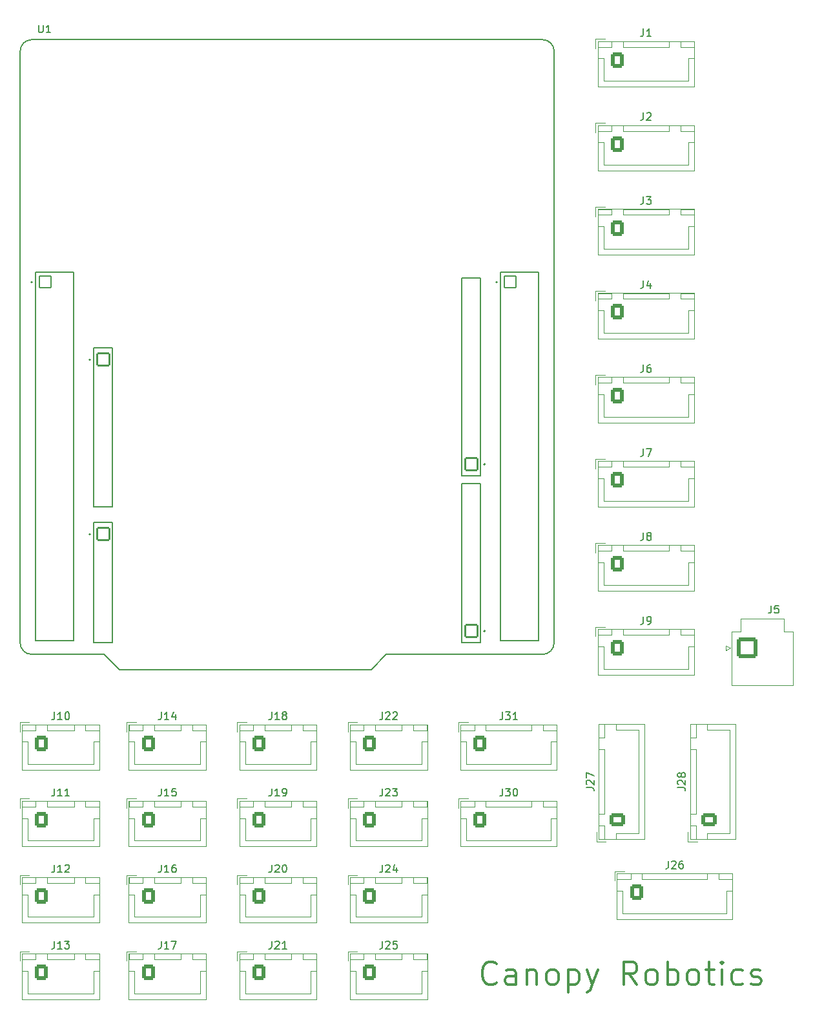
<source format=gto>
G04 #@! TF.GenerationSoftware,KiCad,Pcbnew,8.0.8*
G04 #@! TF.CreationDate,2025-02-19T12:15:39-05:00*
G04 #@! TF.ProjectId,capstone_pcb,63617073-746f-46e6-955f-7063622e6b69,rev?*
G04 #@! TF.SameCoordinates,Original*
G04 #@! TF.FileFunction,Legend,Top*
G04 #@! TF.FilePolarity,Positive*
%FSLAX46Y46*%
G04 Gerber Fmt 4.6, Leading zero omitted, Abs format (unit mm)*
G04 Created by KiCad (PCBNEW 8.0.8) date 2025-02-19 12:15:39*
%MOMM*%
%LPD*%
G01*
G04 APERTURE LIST*
G04 Aperture macros list*
%AMRoundRect*
0 Rectangle with rounded corners*
0 $1 Rounding radius*
0 $2 $3 $4 $5 $6 $7 $8 $9 X,Y pos of 4 corners*
0 Add a 4 corners polygon primitive as box body*
4,1,4,$2,$3,$4,$5,$6,$7,$8,$9,$2,$3,0*
0 Add four circle primitives for the rounded corners*
1,1,$1+$1,$2,$3*
1,1,$1+$1,$4,$5*
1,1,$1+$1,$6,$7*
1,1,$1+$1,$8,$9*
0 Add four rect primitives between the rounded corners*
20,1,$1+$1,$2,$3,$4,$5,0*
20,1,$1+$1,$4,$5,$6,$7,0*
20,1,$1+$1,$6,$7,$8,$9,0*
20,1,$1+$1,$8,$9,$2,$3,0*%
G04 Aperture macros list end*
%ADD10C,0.300000*%
%ADD11C,0.150000*%
%ADD12C,0.120000*%
%ADD13C,0.127000*%
%ADD14C,0.200000*%
%ADD15RoundRect,0.250000X-0.600000X-0.725000X0.600000X-0.725000X0.600000X0.725000X-0.600000X0.725000X0*%
%ADD16O,1.700000X1.950000*%
%ADD17RoundRect,0.250000X0.725000X-0.600000X0.725000X0.600000X-0.725000X0.600000X-0.725000X-0.600000X0*%
%ADD18O,1.950000X1.700000*%
%ADD19C,3.000000*%
%ADD20RoundRect,0.102000X-0.802500X-0.802500X0.802500X-0.802500X0.802500X0.802500X-0.802500X0.802500X0*%
%ADD21C,1.809000*%
%ADD22RoundRect,0.102000X-0.765000X-0.765000X0.765000X-0.765000X0.765000X0.765000X-0.765000X0.765000X0*%
%ADD23C,1.734000*%
%ADD24RoundRect,0.250001X-1.099999X-1.099999X1.099999X-1.099999X1.099999X1.099999X-1.099999X1.099999X0*%
%ADD25C,2.700000*%
G04 APERTURE END LIST*
D10*
X167125939Y-164331542D02*
X166983082Y-164474400D01*
X166983082Y-164474400D02*
X166554510Y-164617257D01*
X166554510Y-164617257D02*
X166268796Y-164617257D01*
X166268796Y-164617257D02*
X165840225Y-164474400D01*
X165840225Y-164474400D02*
X165554510Y-164188685D01*
X165554510Y-164188685D02*
X165411653Y-163902971D01*
X165411653Y-163902971D02*
X165268796Y-163331542D01*
X165268796Y-163331542D02*
X165268796Y-162902971D01*
X165268796Y-162902971D02*
X165411653Y-162331542D01*
X165411653Y-162331542D02*
X165554510Y-162045828D01*
X165554510Y-162045828D02*
X165840225Y-161760114D01*
X165840225Y-161760114D02*
X166268796Y-161617257D01*
X166268796Y-161617257D02*
X166554510Y-161617257D01*
X166554510Y-161617257D02*
X166983082Y-161760114D01*
X166983082Y-161760114D02*
X167125939Y-161902971D01*
X169697368Y-164617257D02*
X169697368Y-163045828D01*
X169697368Y-163045828D02*
X169554510Y-162760114D01*
X169554510Y-162760114D02*
X169268796Y-162617257D01*
X169268796Y-162617257D02*
X168697368Y-162617257D01*
X168697368Y-162617257D02*
X168411653Y-162760114D01*
X169697368Y-164474400D02*
X169411653Y-164617257D01*
X169411653Y-164617257D02*
X168697368Y-164617257D01*
X168697368Y-164617257D02*
X168411653Y-164474400D01*
X168411653Y-164474400D02*
X168268796Y-164188685D01*
X168268796Y-164188685D02*
X168268796Y-163902971D01*
X168268796Y-163902971D02*
X168411653Y-163617257D01*
X168411653Y-163617257D02*
X168697368Y-163474400D01*
X168697368Y-163474400D02*
X169411653Y-163474400D01*
X169411653Y-163474400D02*
X169697368Y-163331542D01*
X171125939Y-162617257D02*
X171125939Y-164617257D01*
X171125939Y-162902971D02*
X171268796Y-162760114D01*
X171268796Y-162760114D02*
X171554511Y-162617257D01*
X171554511Y-162617257D02*
X171983082Y-162617257D01*
X171983082Y-162617257D02*
X172268796Y-162760114D01*
X172268796Y-162760114D02*
X172411654Y-163045828D01*
X172411654Y-163045828D02*
X172411654Y-164617257D01*
X174268797Y-164617257D02*
X173983082Y-164474400D01*
X173983082Y-164474400D02*
X173840225Y-164331542D01*
X173840225Y-164331542D02*
X173697368Y-164045828D01*
X173697368Y-164045828D02*
X173697368Y-163188685D01*
X173697368Y-163188685D02*
X173840225Y-162902971D01*
X173840225Y-162902971D02*
X173983082Y-162760114D01*
X173983082Y-162760114D02*
X174268797Y-162617257D01*
X174268797Y-162617257D02*
X174697368Y-162617257D01*
X174697368Y-162617257D02*
X174983082Y-162760114D01*
X174983082Y-162760114D02*
X175125940Y-162902971D01*
X175125940Y-162902971D02*
X175268797Y-163188685D01*
X175268797Y-163188685D02*
X175268797Y-164045828D01*
X175268797Y-164045828D02*
X175125940Y-164331542D01*
X175125940Y-164331542D02*
X174983082Y-164474400D01*
X174983082Y-164474400D02*
X174697368Y-164617257D01*
X174697368Y-164617257D02*
X174268797Y-164617257D01*
X176554511Y-162617257D02*
X176554511Y-165617257D01*
X176554511Y-162760114D02*
X176840226Y-162617257D01*
X176840226Y-162617257D02*
X177411654Y-162617257D01*
X177411654Y-162617257D02*
X177697368Y-162760114D01*
X177697368Y-162760114D02*
X177840226Y-162902971D01*
X177840226Y-162902971D02*
X177983083Y-163188685D01*
X177983083Y-163188685D02*
X177983083Y-164045828D01*
X177983083Y-164045828D02*
X177840226Y-164331542D01*
X177840226Y-164331542D02*
X177697368Y-164474400D01*
X177697368Y-164474400D02*
X177411654Y-164617257D01*
X177411654Y-164617257D02*
X176840226Y-164617257D01*
X176840226Y-164617257D02*
X176554511Y-164474400D01*
X178983083Y-162617257D02*
X179697369Y-164617257D01*
X180411654Y-162617257D02*
X179697369Y-164617257D01*
X179697369Y-164617257D02*
X179411654Y-165331542D01*
X179411654Y-165331542D02*
X179268797Y-165474400D01*
X179268797Y-165474400D02*
X178983083Y-165617257D01*
X185554511Y-164617257D02*
X184554511Y-163188685D01*
X183840225Y-164617257D02*
X183840225Y-161617257D01*
X183840225Y-161617257D02*
X184983082Y-161617257D01*
X184983082Y-161617257D02*
X185268797Y-161760114D01*
X185268797Y-161760114D02*
X185411654Y-161902971D01*
X185411654Y-161902971D02*
X185554511Y-162188685D01*
X185554511Y-162188685D02*
X185554511Y-162617257D01*
X185554511Y-162617257D02*
X185411654Y-162902971D01*
X185411654Y-162902971D02*
X185268797Y-163045828D01*
X185268797Y-163045828D02*
X184983082Y-163188685D01*
X184983082Y-163188685D02*
X183840225Y-163188685D01*
X187268797Y-164617257D02*
X186983082Y-164474400D01*
X186983082Y-164474400D02*
X186840225Y-164331542D01*
X186840225Y-164331542D02*
X186697368Y-164045828D01*
X186697368Y-164045828D02*
X186697368Y-163188685D01*
X186697368Y-163188685D02*
X186840225Y-162902971D01*
X186840225Y-162902971D02*
X186983082Y-162760114D01*
X186983082Y-162760114D02*
X187268797Y-162617257D01*
X187268797Y-162617257D02*
X187697368Y-162617257D01*
X187697368Y-162617257D02*
X187983082Y-162760114D01*
X187983082Y-162760114D02*
X188125940Y-162902971D01*
X188125940Y-162902971D02*
X188268797Y-163188685D01*
X188268797Y-163188685D02*
X188268797Y-164045828D01*
X188268797Y-164045828D02*
X188125940Y-164331542D01*
X188125940Y-164331542D02*
X187983082Y-164474400D01*
X187983082Y-164474400D02*
X187697368Y-164617257D01*
X187697368Y-164617257D02*
X187268797Y-164617257D01*
X189554511Y-164617257D02*
X189554511Y-161617257D01*
X189554511Y-162760114D02*
X189840226Y-162617257D01*
X189840226Y-162617257D02*
X190411654Y-162617257D01*
X190411654Y-162617257D02*
X190697368Y-162760114D01*
X190697368Y-162760114D02*
X190840226Y-162902971D01*
X190840226Y-162902971D02*
X190983083Y-163188685D01*
X190983083Y-163188685D02*
X190983083Y-164045828D01*
X190983083Y-164045828D02*
X190840226Y-164331542D01*
X190840226Y-164331542D02*
X190697368Y-164474400D01*
X190697368Y-164474400D02*
X190411654Y-164617257D01*
X190411654Y-164617257D02*
X189840226Y-164617257D01*
X189840226Y-164617257D02*
X189554511Y-164474400D01*
X192697369Y-164617257D02*
X192411654Y-164474400D01*
X192411654Y-164474400D02*
X192268797Y-164331542D01*
X192268797Y-164331542D02*
X192125940Y-164045828D01*
X192125940Y-164045828D02*
X192125940Y-163188685D01*
X192125940Y-163188685D02*
X192268797Y-162902971D01*
X192268797Y-162902971D02*
X192411654Y-162760114D01*
X192411654Y-162760114D02*
X192697369Y-162617257D01*
X192697369Y-162617257D02*
X193125940Y-162617257D01*
X193125940Y-162617257D02*
X193411654Y-162760114D01*
X193411654Y-162760114D02*
X193554512Y-162902971D01*
X193554512Y-162902971D02*
X193697369Y-163188685D01*
X193697369Y-163188685D02*
X193697369Y-164045828D01*
X193697369Y-164045828D02*
X193554512Y-164331542D01*
X193554512Y-164331542D02*
X193411654Y-164474400D01*
X193411654Y-164474400D02*
X193125940Y-164617257D01*
X193125940Y-164617257D02*
X192697369Y-164617257D01*
X194554512Y-162617257D02*
X195697369Y-162617257D01*
X194983083Y-161617257D02*
X194983083Y-164188685D01*
X194983083Y-164188685D02*
X195125940Y-164474400D01*
X195125940Y-164474400D02*
X195411655Y-164617257D01*
X195411655Y-164617257D02*
X195697369Y-164617257D01*
X196697369Y-164617257D02*
X196697369Y-162617257D01*
X196697369Y-161617257D02*
X196554512Y-161760114D01*
X196554512Y-161760114D02*
X196697369Y-161902971D01*
X196697369Y-161902971D02*
X196840226Y-161760114D01*
X196840226Y-161760114D02*
X196697369Y-161617257D01*
X196697369Y-161617257D02*
X196697369Y-161902971D01*
X199411655Y-164474400D02*
X199125940Y-164617257D01*
X199125940Y-164617257D02*
X198554512Y-164617257D01*
X198554512Y-164617257D02*
X198268797Y-164474400D01*
X198268797Y-164474400D02*
X198125940Y-164331542D01*
X198125940Y-164331542D02*
X197983083Y-164045828D01*
X197983083Y-164045828D02*
X197983083Y-163188685D01*
X197983083Y-163188685D02*
X198125940Y-162902971D01*
X198125940Y-162902971D02*
X198268797Y-162760114D01*
X198268797Y-162760114D02*
X198554512Y-162617257D01*
X198554512Y-162617257D02*
X199125940Y-162617257D01*
X199125940Y-162617257D02*
X199411655Y-162760114D01*
X200554512Y-164474400D02*
X200840226Y-164617257D01*
X200840226Y-164617257D02*
X201411655Y-164617257D01*
X201411655Y-164617257D02*
X201697369Y-164474400D01*
X201697369Y-164474400D02*
X201840226Y-164188685D01*
X201840226Y-164188685D02*
X201840226Y-164045828D01*
X201840226Y-164045828D02*
X201697369Y-163760114D01*
X201697369Y-163760114D02*
X201411655Y-163617257D01*
X201411655Y-163617257D02*
X200983084Y-163617257D01*
X200983084Y-163617257D02*
X200697369Y-163474400D01*
X200697369Y-163474400D02*
X200554512Y-163188685D01*
X200554512Y-163188685D02*
X200554512Y-163045828D01*
X200554512Y-163045828D02*
X200697369Y-162760114D01*
X200697369Y-162760114D02*
X200983084Y-162617257D01*
X200983084Y-162617257D02*
X201411655Y-162617257D01*
X201411655Y-162617257D02*
X201697369Y-162760114D01*
D11*
X137690476Y-158904819D02*
X137690476Y-159619104D01*
X137690476Y-159619104D02*
X137642857Y-159761961D01*
X137642857Y-159761961D02*
X137547619Y-159857200D01*
X137547619Y-159857200D02*
X137404762Y-159904819D01*
X137404762Y-159904819D02*
X137309524Y-159904819D01*
X138119048Y-159000057D02*
X138166667Y-158952438D01*
X138166667Y-158952438D02*
X138261905Y-158904819D01*
X138261905Y-158904819D02*
X138500000Y-158904819D01*
X138500000Y-158904819D02*
X138595238Y-158952438D01*
X138595238Y-158952438D02*
X138642857Y-159000057D01*
X138642857Y-159000057D02*
X138690476Y-159095295D01*
X138690476Y-159095295D02*
X138690476Y-159190533D01*
X138690476Y-159190533D02*
X138642857Y-159333390D01*
X138642857Y-159333390D02*
X138071429Y-159904819D01*
X138071429Y-159904819D02*
X138690476Y-159904819D01*
X139642857Y-159904819D02*
X139071429Y-159904819D01*
X139357143Y-159904819D02*
X139357143Y-158904819D01*
X139357143Y-158904819D02*
X139261905Y-159047676D01*
X139261905Y-159047676D02*
X139166667Y-159142914D01*
X139166667Y-159142914D02*
X139071429Y-159190533D01*
X137690476Y-148904819D02*
X137690476Y-149619104D01*
X137690476Y-149619104D02*
X137642857Y-149761961D01*
X137642857Y-149761961D02*
X137547619Y-149857200D01*
X137547619Y-149857200D02*
X137404762Y-149904819D01*
X137404762Y-149904819D02*
X137309524Y-149904819D01*
X138119048Y-149000057D02*
X138166667Y-148952438D01*
X138166667Y-148952438D02*
X138261905Y-148904819D01*
X138261905Y-148904819D02*
X138500000Y-148904819D01*
X138500000Y-148904819D02*
X138595238Y-148952438D01*
X138595238Y-148952438D02*
X138642857Y-149000057D01*
X138642857Y-149000057D02*
X138690476Y-149095295D01*
X138690476Y-149095295D02*
X138690476Y-149190533D01*
X138690476Y-149190533D02*
X138642857Y-149333390D01*
X138642857Y-149333390D02*
X138071429Y-149904819D01*
X138071429Y-149904819D02*
X138690476Y-149904819D01*
X139309524Y-148904819D02*
X139404762Y-148904819D01*
X139404762Y-148904819D02*
X139500000Y-148952438D01*
X139500000Y-148952438D02*
X139547619Y-149000057D01*
X139547619Y-149000057D02*
X139595238Y-149095295D01*
X139595238Y-149095295D02*
X139642857Y-149285771D01*
X139642857Y-149285771D02*
X139642857Y-149523866D01*
X139642857Y-149523866D02*
X139595238Y-149714342D01*
X139595238Y-149714342D02*
X139547619Y-149809580D01*
X139547619Y-149809580D02*
X139500000Y-149857200D01*
X139500000Y-149857200D02*
X139404762Y-149904819D01*
X139404762Y-149904819D02*
X139309524Y-149904819D01*
X139309524Y-149904819D02*
X139214286Y-149857200D01*
X139214286Y-149857200D02*
X139166667Y-149809580D01*
X139166667Y-149809580D02*
X139119048Y-149714342D01*
X139119048Y-149714342D02*
X139071429Y-149523866D01*
X139071429Y-149523866D02*
X139071429Y-149285771D01*
X139071429Y-149285771D02*
X139119048Y-149095295D01*
X139119048Y-149095295D02*
X139166667Y-149000057D01*
X139166667Y-149000057D02*
X139214286Y-148952438D01*
X139214286Y-148952438D02*
X139309524Y-148904819D01*
X178904819Y-138809523D02*
X179619104Y-138809523D01*
X179619104Y-138809523D02*
X179761961Y-138857142D01*
X179761961Y-138857142D02*
X179857200Y-138952380D01*
X179857200Y-138952380D02*
X179904819Y-139095237D01*
X179904819Y-139095237D02*
X179904819Y-139190475D01*
X179000057Y-138380951D02*
X178952438Y-138333332D01*
X178952438Y-138333332D02*
X178904819Y-138238094D01*
X178904819Y-138238094D02*
X178904819Y-137999999D01*
X178904819Y-137999999D02*
X178952438Y-137904761D01*
X178952438Y-137904761D02*
X179000057Y-137857142D01*
X179000057Y-137857142D02*
X179095295Y-137809523D01*
X179095295Y-137809523D02*
X179190533Y-137809523D01*
X179190533Y-137809523D02*
X179333390Y-137857142D01*
X179333390Y-137857142D02*
X179904819Y-138428570D01*
X179904819Y-138428570D02*
X179904819Y-137809523D01*
X178904819Y-137476189D02*
X178904819Y-136809523D01*
X178904819Y-136809523D02*
X179904819Y-137238094D01*
X109190476Y-148904819D02*
X109190476Y-149619104D01*
X109190476Y-149619104D02*
X109142857Y-149761961D01*
X109142857Y-149761961D02*
X109047619Y-149857200D01*
X109047619Y-149857200D02*
X108904762Y-149904819D01*
X108904762Y-149904819D02*
X108809524Y-149904819D01*
X110190476Y-149904819D02*
X109619048Y-149904819D01*
X109904762Y-149904819D02*
X109904762Y-148904819D01*
X109904762Y-148904819D02*
X109809524Y-149047676D01*
X109809524Y-149047676D02*
X109714286Y-149142914D01*
X109714286Y-149142914D02*
X109619048Y-149190533D01*
X110571429Y-149000057D02*
X110619048Y-148952438D01*
X110619048Y-148952438D02*
X110714286Y-148904819D01*
X110714286Y-148904819D02*
X110952381Y-148904819D01*
X110952381Y-148904819D02*
X111047619Y-148952438D01*
X111047619Y-148952438D02*
X111095238Y-149000057D01*
X111095238Y-149000057D02*
X111142857Y-149095295D01*
X111142857Y-149095295D02*
X111142857Y-149190533D01*
X111142857Y-149190533D02*
X111095238Y-149333390D01*
X111095238Y-149333390D02*
X110523810Y-149904819D01*
X110523810Y-149904819D02*
X111142857Y-149904819D01*
X186416666Y-50404819D02*
X186416666Y-51119104D01*
X186416666Y-51119104D02*
X186369047Y-51261961D01*
X186369047Y-51261961D02*
X186273809Y-51357200D01*
X186273809Y-51357200D02*
X186130952Y-51404819D01*
X186130952Y-51404819D02*
X186035714Y-51404819D01*
X186845238Y-50500057D02*
X186892857Y-50452438D01*
X186892857Y-50452438D02*
X186988095Y-50404819D01*
X186988095Y-50404819D02*
X187226190Y-50404819D01*
X187226190Y-50404819D02*
X187321428Y-50452438D01*
X187321428Y-50452438D02*
X187369047Y-50500057D01*
X187369047Y-50500057D02*
X187416666Y-50595295D01*
X187416666Y-50595295D02*
X187416666Y-50690533D01*
X187416666Y-50690533D02*
X187369047Y-50833390D01*
X187369047Y-50833390D02*
X186797619Y-51404819D01*
X186797619Y-51404819D02*
X187416666Y-51404819D01*
X190904819Y-138809523D02*
X191619104Y-138809523D01*
X191619104Y-138809523D02*
X191761961Y-138857142D01*
X191761961Y-138857142D02*
X191857200Y-138952380D01*
X191857200Y-138952380D02*
X191904819Y-139095237D01*
X191904819Y-139095237D02*
X191904819Y-139190475D01*
X191000057Y-138380951D02*
X190952438Y-138333332D01*
X190952438Y-138333332D02*
X190904819Y-138238094D01*
X190904819Y-138238094D02*
X190904819Y-137999999D01*
X190904819Y-137999999D02*
X190952438Y-137904761D01*
X190952438Y-137904761D02*
X191000057Y-137857142D01*
X191000057Y-137857142D02*
X191095295Y-137809523D01*
X191095295Y-137809523D02*
X191190533Y-137809523D01*
X191190533Y-137809523D02*
X191333390Y-137857142D01*
X191333390Y-137857142D02*
X191904819Y-138428570D01*
X191904819Y-138428570D02*
X191904819Y-137809523D01*
X191333390Y-137238094D02*
X191285771Y-137333332D01*
X191285771Y-137333332D02*
X191238152Y-137380951D01*
X191238152Y-137380951D02*
X191142914Y-137428570D01*
X191142914Y-137428570D02*
X191095295Y-137428570D01*
X191095295Y-137428570D02*
X191000057Y-137380951D01*
X191000057Y-137380951D02*
X190952438Y-137333332D01*
X190952438Y-137333332D02*
X190904819Y-137238094D01*
X190904819Y-137238094D02*
X190904819Y-137047618D01*
X190904819Y-137047618D02*
X190952438Y-136952380D01*
X190952438Y-136952380D02*
X191000057Y-136904761D01*
X191000057Y-136904761D02*
X191095295Y-136857142D01*
X191095295Y-136857142D02*
X191142914Y-136857142D01*
X191142914Y-136857142D02*
X191238152Y-136904761D01*
X191238152Y-136904761D02*
X191285771Y-136952380D01*
X191285771Y-136952380D02*
X191333390Y-137047618D01*
X191333390Y-137047618D02*
X191333390Y-137238094D01*
X191333390Y-137238094D02*
X191381009Y-137333332D01*
X191381009Y-137333332D02*
X191428628Y-137380951D01*
X191428628Y-137380951D02*
X191523866Y-137428570D01*
X191523866Y-137428570D02*
X191714342Y-137428570D01*
X191714342Y-137428570D02*
X191809580Y-137380951D01*
X191809580Y-137380951D02*
X191857200Y-137333332D01*
X191857200Y-137333332D02*
X191904819Y-137238094D01*
X191904819Y-137238094D02*
X191904819Y-137047618D01*
X191904819Y-137047618D02*
X191857200Y-136952380D01*
X191857200Y-136952380D02*
X191809580Y-136904761D01*
X191809580Y-136904761D02*
X191714342Y-136857142D01*
X191714342Y-136857142D02*
X191523866Y-136857142D01*
X191523866Y-136857142D02*
X191428628Y-136904761D01*
X191428628Y-136904761D02*
X191381009Y-136952380D01*
X191381009Y-136952380D02*
X191333390Y-137047618D01*
X186416666Y-39404819D02*
X186416666Y-40119104D01*
X186416666Y-40119104D02*
X186369047Y-40261961D01*
X186369047Y-40261961D02*
X186273809Y-40357200D01*
X186273809Y-40357200D02*
X186130952Y-40404819D01*
X186130952Y-40404819D02*
X186035714Y-40404819D01*
X187416666Y-40404819D02*
X186845238Y-40404819D01*
X187130952Y-40404819D02*
X187130952Y-39404819D01*
X187130952Y-39404819D02*
X187035714Y-39547676D01*
X187035714Y-39547676D02*
X186940476Y-39642914D01*
X186940476Y-39642914D02*
X186845238Y-39690533D01*
X123190476Y-158904819D02*
X123190476Y-159619104D01*
X123190476Y-159619104D02*
X123142857Y-159761961D01*
X123142857Y-159761961D02*
X123047619Y-159857200D01*
X123047619Y-159857200D02*
X122904762Y-159904819D01*
X122904762Y-159904819D02*
X122809524Y-159904819D01*
X124190476Y-159904819D02*
X123619048Y-159904819D01*
X123904762Y-159904819D02*
X123904762Y-158904819D01*
X123904762Y-158904819D02*
X123809524Y-159047676D01*
X123809524Y-159047676D02*
X123714286Y-159142914D01*
X123714286Y-159142914D02*
X123619048Y-159190533D01*
X124523810Y-158904819D02*
X125190476Y-158904819D01*
X125190476Y-158904819D02*
X124761905Y-159904819D01*
X109190476Y-128904819D02*
X109190476Y-129619104D01*
X109190476Y-129619104D02*
X109142857Y-129761961D01*
X109142857Y-129761961D02*
X109047619Y-129857200D01*
X109047619Y-129857200D02*
X108904762Y-129904819D01*
X108904762Y-129904819D02*
X108809524Y-129904819D01*
X110190476Y-129904819D02*
X109619048Y-129904819D01*
X109904762Y-129904819D02*
X109904762Y-128904819D01*
X109904762Y-128904819D02*
X109809524Y-129047676D01*
X109809524Y-129047676D02*
X109714286Y-129142914D01*
X109714286Y-129142914D02*
X109619048Y-129190533D01*
X110809524Y-128904819D02*
X110904762Y-128904819D01*
X110904762Y-128904819D02*
X111000000Y-128952438D01*
X111000000Y-128952438D02*
X111047619Y-129000057D01*
X111047619Y-129000057D02*
X111095238Y-129095295D01*
X111095238Y-129095295D02*
X111142857Y-129285771D01*
X111142857Y-129285771D02*
X111142857Y-129523866D01*
X111142857Y-129523866D02*
X111095238Y-129714342D01*
X111095238Y-129714342D02*
X111047619Y-129809580D01*
X111047619Y-129809580D02*
X111000000Y-129857200D01*
X111000000Y-129857200D02*
X110904762Y-129904819D01*
X110904762Y-129904819D02*
X110809524Y-129904819D01*
X110809524Y-129904819D02*
X110714286Y-129857200D01*
X110714286Y-129857200D02*
X110666667Y-129809580D01*
X110666667Y-129809580D02*
X110619048Y-129714342D01*
X110619048Y-129714342D02*
X110571429Y-129523866D01*
X110571429Y-129523866D02*
X110571429Y-129285771D01*
X110571429Y-129285771D02*
X110619048Y-129095295D01*
X110619048Y-129095295D02*
X110666667Y-129000057D01*
X110666667Y-129000057D02*
X110714286Y-128952438D01*
X110714286Y-128952438D02*
X110809524Y-128904819D01*
X186416666Y-105404819D02*
X186416666Y-106119104D01*
X186416666Y-106119104D02*
X186369047Y-106261961D01*
X186369047Y-106261961D02*
X186273809Y-106357200D01*
X186273809Y-106357200D02*
X186130952Y-106404819D01*
X186130952Y-106404819D02*
X186035714Y-106404819D01*
X187035714Y-105833390D02*
X186940476Y-105785771D01*
X186940476Y-105785771D02*
X186892857Y-105738152D01*
X186892857Y-105738152D02*
X186845238Y-105642914D01*
X186845238Y-105642914D02*
X186845238Y-105595295D01*
X186845238Y-105595295D02*
X186892857Y-105500057D01*
X186892857Y-105500057D02*
X186940476Y-105452438D01*
X186940476Y-105452438D02*
X187035714Y-105404819D01*
X187035714Y-105404819D02*
X187226190Y-105404819D01*
X187226190Y-105404819D02*
X187321428Y-105452438D01*
X187321428Y-105452438D02*
X187369047Y-105500057D01*
X187369047Y-105500057D02*
X187416666Y-105595295D01*
X187416666Y-105595295D02*
X187416666Y-105642914D01*
X187416666Y-105642914D02*
X187369047Y-105738152D01*
X187369047Y-105738152D02*
X187321428Y-105785771D01*
X187321428Y-105785771D02*
X187226190Y-105833390D01*
X187226190Y-105833390D02*
X187035714Y-105833390D01*
X187035714Y-105833390D02*
X186940476Y-105881009D01*
X186940476Y-105881009D02*
X186892857Y-105928628D01*
X186892857Y-105928628D02*
X186845238Y-106023866D01*
X186845238Y-106023866D02*
X186845238Y-106214342D01*
X186845238Y-106214342D02*
X186892857Y-106309580D01*
X186892857Y-106309580D02*
X186940476Y-106357200D01*
X186940476Y-106357200D02*
X187035714Y-106404819D01*
X187035714Y-106404819D02*
X187226190Y-106404819D01*
X187226190Y-106404819D02*
X187321428Y-106357200D01*
X187321428Y-106357200D02*
X187369047Y-106309580D01*
X187369047Y-106309580D02*
X187416666Y-106214342D01*
X187416666Y-106214342D02*
X187416666Y-106023866D01*
X187416666Y-106023866D02*
X187369047Y-105928628D01*
X187369047Y-105928628D02*
X187321428Y-105881009D01*
X187321428Y-105881009D02*
X187226190Y-105833390D01*
X152190476Y-148904819D02*
X152190476Y-149619104D01*
X152190476Y-149619104D02*
X152142857Y-149761961D01*
X152142857Y-149761961D02*
X152047619Y-149857200D01*
X152047619Y-149857200D02*
X151904762Y-149904819D01*
X151904762Y-149904819D02*
X151809524Y-149904819D01*
X152619048Y-149000057D02*
X152666667Y-148952438D01*
X152666667Y-148952438D02*
X152761905Y-148904819D01*
X152761905Y-148904819D02*
X153000000Y-148904819D01*
X153000000Y-148904819D02*
X153095238Y-148952438D01*
X153095238Y-148952438D02*
X153142857Y-149000057D01*
X153142857Y-149000057D02*
X153190476Y-149095295D01*
X153190476Y-149095295D02*
X153190476Y-149190533D01*
X153190476Y-149190533D02*
X153142857Y-149333390D01*
X153142857Y-149333390D02*
X152571429Y-149904819D01*
X152571429Y-149904819D02*
X153190476Y-149904819D01*
X154047619Y-149238152D02*
X154047619Y-149904819D01*
X153809524Y-148857200D02*
X153571429Y-149571485D01*
X153571429Y-149571485D02*
X154190476Y-149571485D01*
X107113095Y-38919819D02*
X107113095Y-39729342D01*
X107113095Y-39729342D02*
X107160714Y-39824580D01*
X107160714Y-39824580D02*
X107208333Y-39872200D01*
X107208333Y-39872200D02*
X107303571Y-39919819D01*
X107303571Y-39919819D02*
X107494047Y-39919819D01*
X107494047Y-39919819D02*
X107589285Y-39872200D01*
X107589285Y-39872200D02*
X107636904Y-39824580D01*
X107636904Y-39824580D02*
X107684523Y-39729342D01*
X107684523Y-39729342D02*
X107684523Y-38919819D01*
X108684523Y-39919819D02*
X108113095Y-39919819D01*
X108398809Y-39919819D02*
X108398809Y-38919819D01*
X108398809Y-38919819D02*
X108303571Y-39062676D01*
X108303571Y-39062676D02*
X108208333Y-39157914D01*
X108208333Y-39157914D02*
X108113095Y-39205533D01*
X203166666Y-114954819D02*
X203166666Y-115669104D01*
X203166666Y-115669104D02*
X203119047Y-115811961D01*
X203119047Y-115811961D02*
X203023809Y-115907200D01*
X203023809Y-115907200D02*
X202880952Y-115954819D01*
X202880952Y-115954819D02*
X202785714Y-115954819D01*
X204119047Y-114954819D02*
X203642857Y-114954819D01*
X203642857Y-114954819D02*
X203595238Y-115431009D01*
X203595238Y-115431009D02*
X203642857Y-115383390D01*
X203642857Y-115383390D02*
X203738095Y-115335771D01*
X203738095Y-115335771D02*
X203976190Y-115335771D01*
X203976190Y-115335771D02*
X204071428Y-115383390D01*
X204071428Y-115383390D02*
X204119047Y-115431009D01*
X204119047Y-115431009D02*
X204166666Y-115526247D01*
X204166666Y-115526247D02*
X204166666Y-115764342D01*
X204166666Y-115764342D02*
X204119047Y-115859580D01*
X204119047Y-115859580D02*
X204071428Y-115907200D01*
X204071428Y-115907200D02*
X203976190Y-115954819D01*
X203976190Y-115954819D02*
X203738095Y-115954819D01*
X203738095Y-115954819D02*
X203642857Y-115907200D01*
X203642857Y-115907200D02*
X203595238Y-115859580D01*
X152190476Y-128904819D02*
X152190476Y-129619104D01*
X152190476Y-129619104D02*
X152142857Y-129761961D01*
X152142857Y-129761961D02*
X152047619Y-129857200D01*
X152047619Y-129857200D02*
X151904762Y-129904819D01*
X151904762Y-129904819D02*
X151809524Y-129904819D01*
X152619048Y-129000057D02*
X152666667Y-128952438D01*
X152666667Y-128952438D02*
X152761905Y-128904819D01*
X152761905Y-128904819D02*
X153000000Y-128904819D01*
X153000000Y-128904819D02*
X153095238Y-128952438D01*
X153095238Y-128952438D02*
X153142857Y-129000057D01*
X153142857Y-129000057D02*
X153190476Y-129095295D01*
X153190476Y-129095295D02*
X153190476Y-129190533D01*
X153190476Y-129190533D02*
X153142857Y-129333390D01*
X153142857Y-129333390D02*
X152571429Y-129904819D01*
X152571429Y-129904819D02*
X153190476Y-129904819D01*
X153571429Y-129000057D02*
X153619048Y-128952438D01*
X153619048Y-128952438D02*
X153714286Y-128904819D01*
X153714286Y-128904819D02*
X153952381Y-128904819D01*
X153952381Y-128904819D02*
X154047619Y-128952438D01*
X154047619Y-128952438D02*
X154095238Y-129000057D01*
X154095238Y-129000057D02*
X154142857Y-129095295D01*
X154142857Y-129095295D02*
X154142857Y-129190533D01*
X154142857Y-129190533D02*
X154095238Y-129333390D01*
X154095238Y-129333390D02*
X153523810Y-129904819D01*
X153523810Y-129904819D02*
X154142857Y-129904819D01*
X123190476Y-148904819D02*
X123190476Y-149619104D01*
X123190476Y-149619104D02*
X123142857Y-149761961D01*
X123142857Y-149761961D02*
X123047619Y-149857200D01*
X123047619Y-149857200D02*
X122904762Y-149904819D01*
X122904762Y-149904819D02*
X122809524Y-149904819D01*
X124190476Y-149904819D02*
X123619048Y-149904819D01*
X123904762Y-149904819D02*
X123904762Y-148904819D01*
X123904762Y-148904819D02*
X123809524Y-149047676D01*
X123809524Y-149047676D02*
X123714286Y-149142914D01*
X123714286Y-149142914D02*
X123619048Y-149190533D01*
X125047619Y-148904819D02*
X124857143Y-148904819D01*
X124857143Y-148904819D02*
X124761905Y-148952438D01*
X124761905Y-148952438D02*
X124714286Y-149000057D01*
X124714286Y-149000057D02*
X124619048Y-149142914D01*
X124619048Y-149142914D02*
X124571429Y-149333390D01*
X124571429Y-149333390D02*
X124571429Y-149714342D01*
X124571429Y-149714342D02*
X124619048Y-149809580D01*
X124619048Y-149809580D02*
X124666667Y-149857200D01*
X124666667Y-149857200D02*
X124761905Y-149904819D01*
X124761905Y-149904819D02*
X124952381Y-149904819D01*
X124952381Y-149904819D02*
X125047619Y-149857200D01*
X125047619Y-149857200D02*
X125095238Y-149809580D01*
X125095238Y-149809580D02*
X125142857Y-149714342D01*
X125142857Y-149714342D02*
X125142857Y-149476247D01*
X125142857Y-149476247D02*
X125095238Y-149381009D01*
X125095238Y-149381009D02*
X125047619Y-149333390D01*
X125047619Y-149333390D02*
X124952381Y-149285771D01*
X124952381Y-149285771D02*
X124761905Y-149285771D01*
X124761905Y-149285771D02*
X124666667Y-149333390D01*
X124666667Y-149333390D02*
X124619048Y-149381009D01*
X124619048Y-149381009D02*
X124571429Y-149476247D01*
X186416666Y-83404819D02*
X186416666Y-84119104D01*
X186416666Y-84119104D02*
X186369047Y-84261961D01*
X186369047Y-84261961D02*
X186273809Y-84357200D01*
X186273809Y-84357200D02*
X186130952Y-84404819D01*
X186130952Y-84404819D02*
X186035714Y-84404819D01*
X187321428Y-83404819D02*
X187130952Y-83404819D01*
X187130952Y-83404819D02*
X187035714Y-83452438D01*
X187035714Y-83452438D02*
X186988095Y-83500057D01*
X186988095Y-83500057D02*
X186892857Y-83642914D01*
X186892857Y-83642914D02*
X186845238Y-83833390D01*
X186845238Y-83833390D02*
X186845238Y-84214342D01*
X186845238Y-84214342D02*
X186892857Y-84309580D01*
X186892857Y-84309580D02*
X186940476Y-84357200D01*
X186940476Y-84357200D02*
X187035714Y-84404819D01*
X187035714Y-84404819D02*
X187226190Y-84404819D01*
X187226190Y-84404819D02*
X187321428Y-84357200D01*
X187321428Y-84357200D02*
X187369047Y-84309580D01*
X187369047Y-84309580D02*
X187416666Y-84214342D01*
X187416666Y-84214342D02*
X187416666Y-83976247D01*
X187416666Y-83976247D02*
X187369047Y-83881009D01*
X187369047Y-83881009D02*
X187321428Y-83833390D01*
X187321428Y-83833390D02*
X187226190Y-83785771D01*
X187226190Y-83785771D02*
X187035714Y-83785771D01*
X187035714Y-83785771D02*
X186940476Y-83833390D01*
X186940476Y-83833390D02*
X186892857Y-83881009D01*
X186892857Y-83881009D02*
X186845238Y-83976247D01*
X152190476Y-138904819D02*
X152190476Y-139619104D01*
X152190476Y-139619104D02*
X152142857Y-139761961D01*
X152142857Y-139761961D02*
X152047619Y-139857200D01*
X152047619Y-139857200D02*
X151904762Y-139904819D01*
X151904762Y-139904819D02*
X151809524Y-139904819D01*
X152619048Y-139000057D02*
X152666667Y-138952438D01*
X152666667Y-138952438D02*
X152761905Y-138904819D01*
X152761905Y-138904819D02*
X153000000Y-138904819D01*
X153000000Y-138904819D02*
X153095238Y-138952438D01*
X153095238Y-138952438D02*
X153142857Y-139000057D01*
X153142857Y-139000057D02*
X153190476Y-139095295D01*
X153190476Y-139095295D02*
X153190476Y-139190533D01*
X153190476Y-139190533D02*
X153142857Y-139333390D01*
X153142857Y-139333390D02*
X152571429Y-139904819D01*
X152571429Y-139904819D02*
X153190476Y-139904819D01*
X153523810Y-138904819D02*
X154142857Y-138904819D01*
X154142857Y-138904819D02*
X153809524Y-139285771D01*
X153809524Y-139285771D02*
X153952381Y-139285771D01*
X153952381Y-139285771D02*
X154047619Y-139333390D01*
X154047619Y-139333390D02*
X154095238Y-139381009D01*
X154095238Y-139381009D02*
X154142857Y-139476247D01*
X154142857Y-139476247D02*
X154142857Y-139714342D01*
X154142857Y-139714342D02*
X154095238Y-139809580D01*
X154095238Y-139809580D02*
X154047619Y-139857200D01*
X154047619Y-139857200D02*
X153952381Y-139904819D01*
X153952381Y-139904819D02*
X153666667Y-139904819D01*
X153666667Y-139904819D02*
X153571429Y-139857200D01*
X153571429Y-139857200D02*
X153523810Y-139809580D01*
X167940476Y-128904819D02*
X167940476Y-129619104D01*
X167940476Y-129619104D02*
X167892857Y-129761961D01*
X167892857Y-129761961D02*
X167797619Y-129857200D01*
X167797619Y-129857200D02*
X167654762Y-129904819D01*
X167654762Y-129904819D02*
X167559524Y-129904819D01*
X168321429Y-128904819D02*
X168940476Y-128904819D01*
X168940476Y-128904819D02*
X168607143Y-129285771D01*
X168607143Y-129285771D02*
X168750000Y-129285771D01*
X168750000Y-129285771D02*
X168845238Y-129333390D01*
X168845238Y-129333390D02*
X168892857Y-129381009D01*
X168892857Y-129381009D02*
X168940476Y-129476247D01*
X168940476Y-129476247D02*
X168940476Y-129714342D01*
X168940476Y-129714342D02*
X168892857Y-129809580D01*
X168892857Y-129809580D02*
X168845238Y-129857200D01*
X168845238Y-129857200D02*
X168750000Y-129904819D01*
X168750000Y-129904819D02*
X168464286Y-129904819D01*
X168464286Y-129904819D02*
X168369048Y-129857200D01*
X168369048Y-129857200D02*
X168321429Y-129809580D01*
X169892857Y-129904819D02*
X169321429Y-129904819D01*
X169607143Y-129904819D02*
X169607143Y-128904819D01*
X169607143Y-128904819D02*
X169511905Y-129047676D01*
X169511905Y-129047676D02*
X169416667Y-129142914D01*
X169416667Y-129142914D02*
X169321429Y-129190533D01*
X123190476Y-138904819D02*
X123190476Y-139619104D01*
X123190476Y-139619104D02*
X123142857Y-139761961D01*
X123142857Y-139761961D02*
X123047619Y-139857200D01*
X123047619Y-139857200D02*
X122904762Y-139904819D01*
X122904762Y-139904819D02*
X122809524Y-139904819D01*
X124190476Y-139904819D02*
X123619048Y-139904819D01*
X123904762Y-139904819D02*
X123904762Y-138904819D01*
X123904762Y-138904819D02*
X123809524Y-139047676D01*
X123809524Y-139047676D02*
X123714286Y-139142914D01*
X123714286Y-139142914D02*
X123619048Y-139190533D01*
X125095238Y-138904819D02*
X124619048Y-138904819D01*
X124619048Y-138904819D02*
X124571429Y-139381009D01*
X124571429Y-139381009D02*
X124619048Y-139333390D01*
X124619048Y-139333390D02*
X124714286Y-139285771D01*
X124714286Y-139285771D02*
X124952381Y-139285771D01*
X124952381Y-139285771D02*
X125047619Y-139333390D01*
X125047619Y-139333390D02*
X125095238Y-139381009D01*
X125095238Y-139381009D02*
X125142857Y-139476247D01*
X125142857Y-139476247D02*
X125142857Y-139714342D01*
X125142857Y-139714342D02*
X125095238Y-139809580D01*
X125095238Y-139809580D02*
X125047619Y-139857200D01*
X125047619Y-139857200D02*
X124952381Y-139904819D01*
X124952381Y-139904819D02*
X124714286Y-139904819D01*
X124714286Y-139904819D02*
X124619048Y-139857200D01*
X124619048Y-139857200D02*
X124571429Y-139809580D01*
X186416666Y-72404819D02*
X186416666Y-73119104D01*
X186416666Y-73119104D02*
X186369047Y-73261961D01*
X186369047Y-73261961D02*
X186273809Y-73357200D01*
X186273809Y-73357200D02*
X186130952Y-73404819D01*
X186130952Y-73404819D02*
X186035714Y-73404819D01*
X187321428Y-72738152D02*
X187321428Y-73404819D01*
X187083333Y-72357200D02*
X186845238Y-73071485D01*
X186845238Y-73071485D02*
X187464285Y-73071485D01*
X152190476Y-158904819D02*
X152190476Y-159619104D01*
X152190476Y-159619104D02*
X152142857Y-159761961D01*
X152142857Y-159761961D02*
X152047619Y-159857200D01*
X152047619Y-159857200D02*
X151904762Y-159904819D01*
X151904762Y-159904819D02*
X151809524Y-159904819D01*
X152619048Y-159000057D02*
X152666667Y-158952438D01*
X152666667Y-158952438D02*
X152761905Y-158904819D01*
X152761905Y-158904819D02*
X153000000Y-158904819D01*
X153000000Y-158904819D02*
X153095238Y-158952438D01*
X153095238Y-158952438D02*
X153142857Y-159000057D01*
X153142857Y-159000057D02*
X153190476Y-159095295D01*
X153190476Y-159095295D02*
X153190476Y-159190533D01*
X153190476Y-159190533D02*
X153142857Y-159333390D01*
X153142857Y-159333390D02*
X152571429Y-159904819D01*
X152571429Y-159904819D02*
X153190476Y-159904819D01*
X154095238Y-158904819D02*
X153619048Y-158904819D01*
X153619048Y-158904819D02*
X153571429Y-159381009D01*
X153571429Y-159381009D02*
X153619048Y-159333390D01*
X153619048Y-159333390D02*
X153714286Y-159285771D01*
X153714286Y-159285771D02*
X153952381Y-159285771D01*
X153952381Y-159285771D02*
X154047619Y-159333390D01*
X154047619Y-159333390D02*
X154095238Y-159381009D01*
X154095238Y-159381009D02*
X154142857Y-159476247D01*
X154142857Y-159476247D02*
X154142857Y-159714342D01*
X154142857Y-159714342D02*
X154095238Y-159809580D01*
X154095238Y-159809580D02*
X154047619Y-159857200D01*
X154047619Y-159857200D02*
X153952381Y-159904819D01*
X153952381Y-159904819D02*
X153714286Y-159904819D01*
X153714286Y-159904819D02*
X153619048Y-159857200D01*
X153619048Y-159857200D02*
X153571429Y-159809580D01*
X186416666Y-61404819D02*
X186416666Y-62119104D01*
X186416666Y-62119104D02*
X186369047Y-62261961D01*
X186369047Y-62261961D02*
X186273809Y-62357200D01*
X186273809Y-62357200D02*
X186130952Y-62404819D01*
X186130952Y-62404819D02*
X186035714Y-62404819D01*
X186797619Y-61404819D02*
X187416666Y-61404819D01*
X187416666Y-61404819D02*
X187083333Y-61785771D01*
X187083333Y-61785771D02*
X187226190Y-61785771D01*
X187226190Y-61785771D02*
X187321428Y-61833390D01*
X187321428Y-61833390D02*
X187369047Y-61881009D01*
X187369047Y-61881009D02*
X187416666Y-61976247D01*
X187416666Y-61976247D02*
X187416666Y-62214342D01*
X187416666Y-62214342D02*
X187369047Y-62309580D01*
X187369047Y-62309580D02*
X187321428Y-62357200D01*
X187321428Y-62357200D02*
X187226190Y-62404819D01*
X187226190Y-62404819D02*
X186940476Y-62404819D01*
X186940476Y-62404819D02*
X186845238Y-62357200D01*
X186845238Y-62357200D02*
X186797619Y-62309580D01*
X186416666Y-116404819D02*
X186416666Y-117119104D01*
X186416666Y-117119104D02*
X186369047Y-117261961D01*
X186369047Y-117261961D02*
X186273809Y-117357200D01*
X186273809Y-117357200D02*
X186130952Y-117404819D01*
X186130952Y-117404819D02*
X186035714Y-117404819D01*
X186940476Y-117404819D02*
X187130952Y-117404819D01*
X187130952Y-117404819D02*
X187226190Y-117357200D01*
X187226190Y-117357200D02*
X187273809Y-117309580D01*
X187273809Y-117309580D02*
X187369047Y-117166723D01*
X187369047Y-117166723D02*
X187416666Y-116976247D01*
X187416666Y-116976247D02*
X187416666Y-116595295D01*
X187416666Y-116595295D02*
X187369047Y-116500057D01*
X187369047Y-116500057D02*
X187321428Y-116452438D01*
X187321428Y-116452438D02*
X187226190Y-116404819D01*
X187226190Y-116404819D02*
X187035714Y-116404819D01*
X187035714Y-116404819D02*
X186940476Y-116452438D01*
X186940476Y-116452438D02*
X186892857Y-116500057D01*
X186892857Y-116500057D02*
X186845238Y-116595295D01*
X186845238Y-116595295D02*
X186845238Y-116833390D01*
X186845238Y-116833390D02*
X186892857Y-116928628D01*
X186892857Y-116928628D02*
X186940476Y-116976247D01*
X186940476Y-116976247D02*
X187035714Y-117023866D01*
X187035714Y-117023866D02*
X187226190Y-117023866D01*
X187226190Y-117023866D02*
X187321428Y-116976247D01*
X187321428Y-116976247D02*
X187369047Y-116928628D01*
X187369047Y-116928628D02*
X187416666Y-116833390D01*
X167940476Y-138904819D02*
X167940476Y-139619104D01*
X167940476Y-139619104D02*
X167892857Y-139761961D01*
X167892857Y-139761961D02*
X167797619Y-139857200D01*
X167797619Y-139857200D02*
X167654762Y-139904819D01*
X167654762Y-139904819D02*
X167559524Y-139904819D01*
X168321429Y-138904819D02*
X168940476Y-138904819D01*
X168940476Y-138904819D02*
X168607143Y-139285771D01*
X168607143Y-139285771D02*
X168750000Y-139285771D01*
X168750000Y-139285771D02*
X168845238Y-139333390D01*
X168845238Y-139333390D02*
X168892857Y-139381009D01*
X168892857Y-139381009D02*
X168940476Y-139476247D01*
X168940476Y-139476247D02*
X168940476Y-139714342D01*
X168940476Y-139714342D02*
X168892857Y-139809580D01*
X168892857Y-139809580D02*
X168845238Y-139857200D01*
X168845238Y-139857200D02*
X168750000Y-139904819D01*
X168750000Y-139904819D02*
X168464286Y-139904819D01*
X168464286Y-139904819D02*
X168369048Y-139857200D01*
X168369048Y-139857200D02*
X168321429Y-139809580D01*
X169559524Y-138904819D02*
X169654762Y-138904819D01*
X169654762Y-138904819D02*
X169750000Y-138952438D01*
X169750000Y-138952438D02*
X169797619Y-139000057D01*
X169797619Y-139000057D02*
X169845238Y-139095295D01*
X169845238Y-139095295D02*
X169892857Y-139285771D01*
X169892857Y-139285771D02*
X169892857Y-139523866D01*
X169892857Y-139523866D02*
X169845238Y-139714342D01*
X169845238Y-139714342D02*
X169797619Y-139809580D01*
X169797619Y-139809580D02*
X169750000Y-139857200D01*
X169750000Y-139857200D02*
X169654762Y-139904819D01*
X169654762Y-139904819D02*
X169559524Y-139904819D01*
X169559524Y-139904819D02*
X169464286Y-139857200D01*
X169464286Y-139857200D02*
X169416667Y-139809580D01*
X169416667Y-139809580D02*
X169369048Y-139714342D01*
X169369048Y-139714342D02*
X169321429Y-139523866D01*
X169321429Y-139523866D02*
X169321429Y-139285771D01*
X169321429Y-139285771D02*
X169369048Y-139095295D01*
X169369048Y-139095295D02*
X169416667Y-139000057D01*
X169416667Y-139000057D02*
X169464286Y-138952438D01*
X169464286Y-138952438D02*
X169559524Y-138904819D01*
X109190476Y-138904819D02*
X109190476Y-139619104D01*
X109190476Y-139619104D02*
X109142857Y-139761961D01*
X109142857Y-139761961D02*
X109047619Y-139857200D01*
X109047619Y-139857200D02*
X108904762Y-139904819D01*
X108904762Y-139904819D02*
X108809524Y-139904819D01*
X110190476Y-139904819D02*
X109619048Y-139904819D01*
X109904762Y-139904819D02*
X109904762Y-138904819D01*
X109904762Y-138904819D02*
X109809524Y-139047676D01*
X109809524Y-139047676D02*
X109714286Y-139142914D01*
X109714286Y-139142914D02*
X109619048Y-139190533D01*
X111142857Y-139904819D02*
X110571429Y-139904819D01*
X110857143Y-139904819D02*
X110857143Y-138904819D01*
X110857143Y-138904819D02*
X110761905Y-139047676D01*
X110761905Y-139047676D02*
X110666667Y-139142914D01*
X110666667Y-139142914D02*
X110571429Y-139190533D01*
X189690476Y-148404819D02*
X189690476Y-149119104D01*
X189690476Y-149119104D02*
X189642857Y-149261961D01*
X189642857Y-149261961D02*
X189547619Y-149357200D01*
X189547619Y-149357200D02*
X189404762Y-149404819D01*
X189404762Y-149404819D02*
X189309524Y-149404819D01*
X190119048Y-148500057D02*
X190166667Y-148452438D01*
X190166667Y-148452438D02*
X190261905Y-148404819D01*
X190261905Y-148404819D02*
X190500000Y-148404819D01*
X190500000Y-148404819D02*
X190595238Y-148452438D01*
X190595238Y-148452438D02*
X190642857Y-148500057D01*
X190642857Y-148500057D02*
X190690476Y-148595295D01*
X190690476Y-148595295D02*
X190690476Y-148690533D01*
X190690476Y-148690533D02*
X190642857Y-148833390D01*
X190642857Y-148833390D02*
X190071429Y-149404819D01*
X190071429Y-149404819D02*
X190690476Y-149404819D01*
X191547619Y-148404819D02*
X191357143Y-148404819D01*
X191357143Y-148404819D02*
X191261905Y-148452438D01*
X191261905Y-148452438D02*
X191214286Y-148500057D01*
X191214286Y-148500057D02*
X191119048Y-148642914D01*
X191119048Y-148642914D02*
X191071429Y-148833390D01*
X191071429Y-148833390D02*
X191071429Y-149214342D01*
X191071429Y-149214342D02*
X191119048Y-149309580D01*
X191119048Y-149309580D02*
X191166667Y-149357200D01*
X191166667Y-149357200D02*
X191261905Y-149404819D01*
X191261905Y-149404819D02*
X191452381Y-149404819D01*
X191452381Y-149404819D02*
X191547619Y-149357200D01*
X191547619Y-149357200D02*
X191595238Y-149309580D01*
X191595238Y-149309580D02*
X191642857Y-149214342D01*
X191642857Y-149214342D02*
X191642857Y-148976247D01*
X191642857Y-148976247D02*
X191595238Y-148881009D01*
X191595238Y-148881009D02*
X191547619Y-148833390D01*
X191547619Y-148833390D02*
X191452381Y-148785771D01*
X191452381Y-148785771D02*
X191261905Y-148785771D01*
X191261905Y-148785771D02*
X191166667Y-148833390D01*
X191166667Y-148833390D02*
X191119048Y-148881009D01*
X191119048Y-148881009D02*
X191071429Y-148976247D01*
X137690476Y-128904819D02*
X137690476Y-129619104D01*
X137690476Y-129619104D02*
X137642857Y-129761961D01*
X137642857Y-129761961D02*
X137547619Y-129857200D01*
X137547619Y-129857200D02*
X137404762Y-129904819D01*
X137404762Y-129904819D02*
X137309524Y-129904819D01*
X138690476Y-129904819D02*
X138119048Y-129904819D01*
X138404762Y-129904819D02*
X138404762Y-128904819D01*
X138404762Y-128904819D02*
X138309524Y-129047676D01*
X138309524Y-129047676D02*
X138214286Y-129142914D01*
X138214286Y-129142914D02*
X138119048Y-129190533D01*
X139261905Y-129333390D02*
X139166667Y-129285771D01*
X139166667Y-129285771D02*
X139119048Y-129238152D01*
X139119048Y-129238152D02*
X139071429Y-129142914D01*
X139071429Y-129142914D02*
X139071429Y-129095295D01*
X139071429Y-129095295D02*
X139119048Y-129000057D01*
X139119048Y-129000057D02*
X139166667Y-128952438D01*
X139166667Y-128952438D02*
X139261905Y-128904819D01*
X139261905Y-128904819D02*
X139452381Y-128904819D01*
X139452381Y-128904819D02*
X139547619Y-128952438D01*
X139547619Y-128952438D02*
X139595238Y-129000057D01*
X139595238Y-129000057D02*
X139642857Y-129095295D01*
X139642857Y-129095295D02*
X139642857Y-129142914D01*
X139642857Y-129142914D02*
X139595238Y-129238152D01*
X139595238Y-129238152D02*
X139547619Y-129285771D01*
X139547619Y-129285771D02*
X139452381Y-129333390D01*
X139452381Y-129333390D02*
X139261905Y-129333390D01*
X139261905Y-129333390D02*
X139166667Y-129381009D01*
X139166667Y-129381009D02*
X139119048Y-129428628D01*
X139119048Y-129428628D02*
X139071429Y-129523866D01*
X139071429Y-129523866D02*
X139071429Y-129714342D01*
X139071429Y-129714342D02*
X139119048Y-129809580D01*
X139119048Y-129809580D02*
X139166667Y-129857200D01*
X139166667Y-129857200D02*
X139261905Y-129904819D01*
X139261905Y-129904819D02*
X139452381Y-129904819D01*
X139452381Y-129904819D02*
X139547619Y-129857200D01*
X139547619Y-129857200D02*
X139595238Y-129809580D01*
X139595238Y-129809580D02*
X139642857Y-129714342D01*
X139642857Y-129714342D02*
X139642857Y-129523866D01*
X139642857Y-129523866D02*
X139595238Y-129428628D01*
X139595238Y-129428628D02*
X139547619Y-129381009D01*
X139547619Y-129381009D02*
X139452381Y-129333390D01*
X137690476Y-138904819D02*
X137690476Y-139619104D01*
X137690476Y-139619104D02*
X137642857Y-139761961D01*
X137642857Y-139761961D02*
X137547619Y-139857200D01*
X137547619Y-139857200D02*
X137404762Y-139904819D01*
X137404762Y-139904819D02*
X137309524Y-139904819D01*
X138690476Y-139904819D02*
X138119048Y-139904819D01*
X138404762Y-139904819D02*
X138404762Y-138904819D01*
X138404762Y-138904819D02*
X138309524Y-139047676D01*
X138309524Y-139047676D02*
X138214286Y-139142914D01*
X138214286Y-139142914D02*
X138119048Y-139190533D01*
X139166667Y-139904819D02*
X139357143Y-139904819D01*
X139357143Y-139904819D02*
X139452381Y-139857200D01*
X139452381Y-139857200D02*
X139500000Y-139809580D01*
X139500000Y-139809580D02*
X139595238Y-139666723D01*
X139595238Y-139666723D02*
X139642857Y-139476247D01*
X139642857Y-139476247D02*
X139642857Y-139095295D01*
X139642857Y-139095295D02*
X139595238Y-139000057D01*
X139595238Y-139000057D02*
X139547619Y-138952438D01*
X139547619Y-138952438D02*
X139452381Y-138904819D01*
X139452381Y-138904819D02*
X139261905Y-138904819D01*
X139261905Y-138904819D02*
X139166667Y-138952438D01*
X139166667Y-138952438D02*
X139119048Y-139000057D01*
X139119048Y-139000057D02*
X139071429Y-139095295D01*
X139071429Y-139095295D02*
X139071429Y-139333390D01*
X139071429Y-139333390D02*
X139119048Y-139428628D01*
X139119048Y-139428628D02*
X139166667Y-139476247D01*
X139166667Y-139476247D02*
X139261905Y-139523866D01*
X139261905Y-139523866D02*
X139452381Y-139523866D01*
X139452381Y-139523866D02*
X139547619Y-139476247D01*
X139547619Y-139476247D02*
X139595238Y-139428628D01*
X139595238Y-139428628D02*
X139642857Y-139333390D01*
X123190476Y-128904819D02*
X123190476Y-129619104D01*
X123190476Y-129619104D02*
X123142857Y-129761961D01*
X123142857Y-129761961D02*
X123047619Y-129857200D01*
X123047619Y-129857200D02*
X122904762Y-129904819D01*
X122904762Y-129904819D02*
X122809524Y-129904819D01*
X124190476Y-129904819D02*
X123619048Y-129904819D01*
X123904762Y-129904819D02*
X123904762Y-128904819D01*
X123904762Y-128904819D02*
X123809524Y-129047676D01*
X123809524Y-129047676D02*
X123714286Y-129142914D01*
X123714286Y-129142914D02*
X123619048Y-129190533D01*
X125047619Y-129238152D02*
X125047619Y-129904819D01*
X124809524Y-128857200D02*
X124571429Y-129571485D01*
X124571429Y-129571485D02*
X125190476Y-129571485D01*
X109190476Y-158904819D02*
X109190476Y-159619104D01*
X109190476Y-159619104D02*
X109142857Y-159761961D01*
X109142857Y-159761961D02*
X109047619Y-159857200D01*
X109047619Y-159857200D02*
X108904762Y-159904819D01*
X108904762Y-159904819D02*
X108809524Y-159904819D01*
X110190476Y-159904819D02*
X109619048Y-159904819D01*
X109904762Y-159904819D02*
X109904762Y-158904819D01*
X109904762Y-158904819D02*
X109809524Y-159047676D01*
X109809524Y-159047676D02*
X109714286Y-159142914D01*
X109714286Y-159142914D02*
X109619048Y-159190533D01*
X110523810Y-158904819D02*
X111142857Y-158904819D01*
X111142857Y-158904819D02*
X110809524Y-159285771D01*
X110809524Y-159285771D02*
X110952381Y-159285771D01*
X110952381Y-159285771D02*
X111047619Y-159333390D01*
X111047619Y-159333390D02*
X111095238Y-159381009D01*
X111095238Y-159381009D02*
X111142857Y-159476247D01*
X111142857Y-159476247D02*
X111142857Y-159714342D01*
X111142857Y-159714342D02*
X111095238Y-159809580D01*
X111095238Y-159809580D02*
X111047619Y-159857200D01*
X111047619Y-159857200D02*
X110952381Y-159904819D01*
X110952381Y-159904819D02*
X110666667Y-159904819D01*
X110666667Y-159904819D02*
X110571429Y-159857200D01*
X110571429Y-159857200D02*
X110523810Y-159809580D01*
X186416666Y-94404819D02*
X186416666Y-95119104D01*
X186416666Y-95119104D02*
X186369047Y-95261961D01*
X186369047Y-95261961D02*
X186273809Y-95357200D01*
X186273809Y-95357200D02*
X186130952Y-95404819D01*
X186130952Y-95404819D02*
X186035714Y-95404819D01*
X186797619Y-94404819D02*
X187464285Y-94404819D01*
X187464285Y-94404819D02*
X187035714Y-95404819D01*
D12*
X133150000Y-160250000D02*
X133150000Y-161500000D01*
X133440000Y-160540000D02*
X133440000Y-166510000D01*
X133440000Y-166510000D02*
X143560000Y-166510000D01*
X133450000Y-160550000D02*
X133450000Y-161300000D01*
X133450000Y-161300000D02*
X135250000Y-161300000D01*
X133450000Y-162800000D02*
X134200000Y-162800000D01*
X134200000Y-162800000D02*
X134200000Y-165750000D01*
X134200000Y-165750000D02*
X138500000Y-165750000D01*
X134400000Y-160250000D02*
X133150000Y-160250000D01*
X135250000Y-160550000D02*
X133450000Y-160550000D01*
X135250000Y-161300000D02*
X135250000Y-160550000D01*
X136750000Y-160550000D02*
X136750000Y-161300000D01*
X136750000Y-161300000D02*
X140250000Y-161300000D01*
X140250000Y-160550000D02*
X136750000Y-160550000D01*
X140250000Y-161300000D02*
X140250000Y-160550000D01*
X141750000Y-160550000D02*
X141750000Y-161300000D01*
X141750000Y-161300000D02*
X143550000Y-161300000D01*
X142800000Y-162800000D02*
X142800000Y-165750000D01*
X142800000Y-165750000D02*
X138500000Y-165750000D01*
X143550000Y-160550000D02*
X141750000Y-160550000D01*
X143550000Y-161300000D02*
X143550000Y-160550000D01*
X143550000Y-162800000D02*
X142800000Y-162800000D01*
X143560000Y-160540000D02*
X133440000Y-160540000D01*
X143560000Y-166510000D02*
X143560000Y-160540000D01*
X133150000Y-150250000D02*
X133150000Y-151500000D01*
X133440000Y-150540000D02*
X133440000Y-156510000D01*
X133440000Y-156510000D02*
X143560000Y-156510000D01*
X133450000Y-150550000D02*
X133450000Y-151300000D01*
X133450000Y-151300000D02*
X135250000Y-151300000D01*
X133450000Y-152800000D02*
X134200000Y-152800000D01*
X134200000Y-152800000D02*
X134200000Y-155750000D01*
X134200000Y-155750000D02*
X138500000Y-155750000D01*
X134400000Y-150250000D02*
X133150000Y-150250000D01*
X135250000Y-150550000D02*
X133450000Y-150550000D01*
X135250000Y-151300000D02*
X135250000Y-150550000D01*
X136750000Y-150550000D02*
X136750000Y-151300000D01*
X136750000Y-151300000D02*
X140250000Y-151300000D01*
X140250000Y-150550000D02*
X136750000Y-150550000D01*
X140250000Y-151300000D02*
X140250000Y-150550000D01*
X141750000Y-150550000D02*
X141750000Y-151300000D01*
X141750000Y-151300000D02*
X143550000Y-151300000D01*
X142800000Y-152800000D02*
X142800000Y-155750000D01*
X142800000Y-155750000D02*
X138500000Y-155750000D01*
X143550000Y-150550000D02*
X141750000Y-150550000D01*
X143550000Y-151300000D02*
X143550000Y-150550000D01*
X143550000Y-152800000D02*
X142800000Y-152800000D01*
X143560000Y-150540000D02*
X133440000Y-150540000D01*
X143560000Y-156510000D02*
X143560000Y-150540000D01*
X180250000Y-144600000D02*
X180250000Y-145850000D01*
X180250000Y-145850000D02*
X181500000Y-145850000D01*
X180540000Y-130440000D02*
X180540000Y-145560000D01*
X180540000Y-145560000D02*
X186510000Y-145560000D01*
X180550000Y-130450000D02*
X180550000Y-132250000D01*
X180550000Y-132250000D02*
X181300000Y-132250000D01*
X180550000Y-133750000D02*
X180550000Y-142250000D01*
X180550000Y-142250000D02*
X181300000Y-142250000D01*
X180550000Y-143750000D02*
X180550000Y-145550000D01*
X180550000Y-145550000D02*
X181300000Y-145550000D01*
X181300000Y-130450000D02*
X180550000Y-130450000D01*
X181300000Y-132250000D02*
X181300000Y-130450000D01*
X181300000Y-133750000D02*
X180550000Y-133750000D01*
X181300000Y-142250000D02*
X181300000Y-133750000D01*
X181300000Y-143750000D02*
X180550000Y-143750000D01*
X181300000Y-145550000D02*
X181300000Y-143750000D01*
X182800000Y-130450000D02*
X182800000Y-131200000D01*
X182800000Y-131200000D02*
X185750000Y-131200000D01*
X182800000Y-144800000D02*
X185750000Y-144800000D01*
X182800000Y-145550000D02*
X182800000Y-144800000D01*
X185750000Y-131200000D02*
X185750000Y-138000000D01*
X185750000Y-144800000D02*
X185750000Y-138000000D01*
X186510000Y-130440000D02*
X180540000Y-130440000D01*
X186510000Y-145560000D02*
X186510000Y-130440000D01*
X104650000Y-150250000D02*
X104650000Y-151500000D01*
X104940000Y-150540000D02*
X104940000Y-156510000D01*
X104940000Y-156510000D02*
X115060000Y-156510000D01*
X104950000Y-150550000D02*
X104950000Y-151300000D01*
X104950000Y-151300000D02*
X106750000Y-151300000D01*
X104950000Y-152800000D02*
X105700000Y-152800000D01*
X105700000Y-152800000D02*
X105700000Y-155750000D01*
X105700000Y-155750000D02*
X110000000Y-155750000D01*
X105900000Y-150250000D02*
X104650000Y-150250000D01*
X106750000Y-150550000D02*
X104950000Y-150550000D01*
X106750000Y-151300000D02*
X106750000Y-150550000D01*
X108250000Y-150550000D02*
X108250000Y-151300000D01*
X108250000Y-151300000D02*
X111750000Y-151300000D01*
X111750000Y-150550000D02*
X108250000Y-150550000D01*
X111750000Y-151300000D02*
X111750000Y-150550000D01*
X113250000Y-150550000D02*
X113250000Y-151300000D01*
X113250000Y-151300000D02*
X115050000Y-151300000D01*
X114300000Y-152800000D02*
X114300000Y-155750000D01*
X114300000Y-155750000D02*
X110000000Y-155750000D01*
X115050000Y-150550000D02*
X113250000Y-150550000D01*
X115050000Y-151300000D02*
X115050000Y-150550000D01*
X115050000Y-152800000D02*
X114300000Y-152800000D01*
X115060000Y-150540000D02*
X104940000Y-150540000D01*
X115060000Y-156510000D02*
X115060000Y-150540000D01*
X180150000Y-51750000D02*
X180150000Y-53000000D01*
X180440000Y-52040000D02*
X180440000Y-58010000D01*
X180440000Y-58010000D02*
X193060000Y-58010000D01*
X180450000Y-52050000D02*
X180450000Y-52800000D01*
X180450000Y-52800000D02*
X182250000Y-52800000D01*
X180450000Y-54300000D02*
X181200000Y-54300000D01*
X181200000Y-54300000D02*
X181200000Y-57250000D01*
X181200000Y-57250000D02*
X186750000Y-57250000D01*
X181400000Y-51750000D02*
X180150000Y-51750000D01*
X182250000Y-52050000D02*
X180450000Y-52050000D01*
X182250000Y-52800000D02*
X182250000Y-52050000D01*
X183750000Y-52050000D02*
X183750000Y-52800000D01*
X183750000Y-52800000D02*
X189750000Y-52800000D01*
X189750000Y-52050000D02*
X183750000Y-52050000D01*
X189750000Y-52800000D02*
X189750000Y-52050000D01*
X191250000Y-52050000D02*
X191250000Y-52800000D01*
X191250000Y-52800000D02*
X193050000Y-52800000D01*
X192300000Y-54300000D02*
X192300000Y-57250000D01*
X192300000Y-57250000D02*
X186750000Y-57250000D01*
X193050000Y-52050000D02*
X191250000Y-52050000D01*
X193050000Y-52800000D02*
X193050000Y-52050000D01*
X193050000Y-54300000D02*
X192300000Y-54300000D01*
X193060000Y-52040000D02*
X180440000Y-52040000D01*
X193060000Y-58010000D02*
X193060000Y-52040000D01*
X192250000Y-144600000D02*
X192250000Y-145850000D01*
X192250000Y-145850000D02*
X193500000Y-145850000D01*
X192540000Y-130440000D02*
X192540000Y-145560000D01*
X192540000Y-145560000D02*
X198510000Y-145560000D01*
X192550000Y-130450000D02*
X192550000Y-132250000D01*
X192550000Y-132250000D02*
X193300000Y-132250000D01*
X192550000Y-133750000D02*
X192550000Y-142250000D01*
X192550000Y-142250000D02*
X193300000Y-142250000D01*
X192550000Y-143750000D02*
X192550000Y-145550000D01*
X192550000Y-145550000D02*
X193300000Y-145550000D01*
X193300000Y-130450000D02*
X192550000Y-130450000D01*
X193300000Y-132250000D02*
X193300000Y-130450000D01*
X193300000Y-133750000D02*
X192550000Y-133750000D01*
X193300000Y-142250000D02*
X193300000Y-133750000D01*
X193300000Y-143750000D02*
X192550000Y-143750000D01*
X193300000Y-145550000D02*
X193300000Y-143750000D01*
X194800000Y-130450000D02*
X194800000Y-131200000D01*
X194800000Y-131200000D02*
X197750000Y-131200000D01*
X194800000Y-144800000D02*
X197750000Y-144800000D01*
X194800000Y-145550000D02*
X194800000Y-144800000D01*
X197750000Y-131200000D02*
X197750000Y-138000000D01*
X197750000Y-144800000D02*
X197750000Y-138000000D01*
X198510000Y-130440000D02*
X192540000Y-130440000D01*
X198510000Y-145560000D02*
X198510000Y-130440000D01*
X180150000Y-40750000D02*
X180150000Y-42000000D01*
X180440000Y-41040000D02*
X180440000Y-47010000D01*
X180440000Y-47010000D02*
X193060000Y-47010000D01*
X180450000Y-41050000D02*
X180450000Y-41800000D01*
X180450000Y-41800000D02*
X182250000Y-41800000D01*
X180450000Y-43300000D02*
X181200000Y-43300000D01*
X181200000Y-43300000D02*
X181200000Y-46250000D01*
X181200000Y-46250000D02*
X186750000Y-46250000D01*
X181400000Y-40750000D02*
X180150000Y-40750000D01*
X182250000Y-41050000D02*
X180450000Y-41050000D01*
X182250000Y-41800000D02*
X182250000Y-41050000D01*
X183750000Y-41050000D02*
X183750000Y-41800000D01*
X183750000Y-41800000D02*
X189750000Y-41800000D01*
X189750000Y-41050000D02*
X183750000Y-41050000D01*
X189750000Y-41800000D02*
X189750000Y-41050000D01*
X191250000Y-41050000D02*
X191250000Y-41800000D01*
X191250000Y-41800000D02*
X193050000Y-41800000D01*
X192300000Y-43300000D02*
X192300000Y-46250000D01*
X192300000Y-46250000D02*
X186750000Y-46250000D01*
X193050000Y-41050000D02*
X191250000Y-41050000D01*
X193050000Y-41800000D02*
X193050000Y-41050000D01*
X193050000Y-43300000D02*
X192300000Y-43300000D01*
X193060000Y-41040000D02*
X180440000Y-41040000D01*
X193060000Y-47010000D02*
X193060000Y-41040000D01*
X118650000Y-160250000D02*
X118650000Y-161500000D01*
X118940000Y-160540000D02*
X118940000Y-166510000D01*
X118940000Y-166510000D02*
X129060000Y-166510000D01*
X118950000Y-160550000D02*
X118950000Y-161300000D01*
X118950000Y-161300000D02*
X120750000Y-161300000D01*
X118950000Y-162800000D02*
X119700000Y-162800000D01*
X119700000Y-162800000D02*
X119700000Y-165750000D01*
X119700000Y-165750000D02*
X124000000Y-165750000D01*
X119900000Y-160250000D02*
X118650000Y-160250000D01*
X120750000Y-160550000D02*
X118950000Y-160550000D01*
X120750000Y-161300000D02*
X120750000Y-160550000D01*
X122250000Y-160550000D02*
X122250000Y-161300000D01*
X122250000Y-161300000D02*
X125750000Y-161300000D01*
X125750000Y-160550000D02*
X122250000Y-160550000D01*
X125750000Y-161300000D02*
X125750000Y-160550000D01*
X127250000Y-160550000D02*
X127250000Y-161300000D01*
X127250000Y-161300000D02*
X129050000Y-161300000D01*
X128300000Y-162800000D02*
X128300000Y-165750000D01*
X128300000Y-165750000D02*
X124000000Y-165750000D01*
X129050000Y-160550000D02*
X127250000Y-160550000D01*
X129050000Y-161300000D02*
X129050000Y-160550000D01*
X129050000Y-162800000D02*
X128300000Y-162800000D01*
X129060000Y-160540000D02*
X118940000Y-160540000D01*
X129060000Y-166510000D02*
X129060000Y-160540000D01*
X104650000Y-130250000D02*
X104650000Y-131500000D01*
X104940000Y-130540000D02*
X104940000Y-136510000D01*
X104940000Y-136510000D02*
X115060000Y-136510000D01*
X104950000Y-130550000D02*
X104950000Y-131300000D01*
X104950000Y-131300000D02*
X106750000Y-131300000D01*
X104950000Y-132800000D02*
X105700000Y-132800000D01*
X105700000Y-132800000D02*
X105700000Y-135750000D01*
X105700000Y-135750000D02*
X110000000Y-135750000D01*
X105900000Y-130250000D02*
X104650000Y-130250000D01*
X106750000Y-130550000D02*
X104950000Y-130550000D01*
X106750000Y-131300000D02*
X106750000Y-130550000D01*
X108250000Y-130550000D02*
X108250000Y-131300000D01*
X108250000Y-131300000D02*
X111750000Y-131300000D01*
X111750000Y-130550000D02*
X108250000Y-130550000D01*
X111750000Y-131300000D02*
X111750000Y-130550000D01*
X113250000Y-130550000D02*
X113250000Y-131300000D01*
X113250000Y-131300000D02*
X115050000Y-131300000D01*
X114300000Y-132800000D02*
X114300000Y-135750000D01*
X114300000Y-135750000D02*
X110000000Y-135750000D01*
X115050000Y-130550000D02*
X113250000Y-130550000D01*
X115050000Y-131300000D02*
X115050000Y-130550000D01*
X115050000Y-132800000D02*
X114300000Y-132800000D01*
X115060000Y-130540000D02*
X104940000Y-130540000D01*
X115060000Y-136510000D02*
X115060000Y-130540000D01*
X180150000Y-106750000D02*
X180150000Y-108000000D01*
X180440000Y-107040000D02*
X180440000Y-113010000D01*
X180440000Y-113010000D02*
X193060000Y-113010000D01*
X180450000Y-107050000D02*
X180450000Y-107800000D01*
X180450000Y-107800000D02*
X182250000Y-107800000D01*
X180450000Y-109300000D02*
X181200000Y-109300000D01*
X181200000Y-109300000D02*
X181200000Y-112250000D01*
X181200000Y-112250000D02*
X186750000Y-112250000D01*
X181400000Y-106750000D02*
X180150000Y-106750000D01*
X182250000Y-107050000D02*
X180450000Y-107050000D01*
X182250000Y-107800000D02*
X182250000Y-107050000D01*
X183750000Y-107050000D02*
X183750000Y-107800000D01*
X183750000Y-107800000D02*
X189750000Y-107800000D01*
X189750000Y-107050000D02*
X183750000Y-107050000D01*
X189750000Y-107800000D02*
X189750000Y-107050000D01*
X191250000Y-107050000D02*
X191250000Y-107800000D01*
X191250000Y-107800000D02*
X193050000Y-107800000D01*
X192300000Y-109300000D02*
X192300000Y-112250000D01*
X192300000Y-112250000D02*
X186750000Y-112250000D01*
X193050000Y-107050000D02*
X191250000Y-107050000D01*
X193050000Y-107800000D02*
X193050000Y-107050000D01*
X193050000Y-109300000D02*
X192300000Y-109300000D01*
X193060000Y-107040000D02*
X180440000Y-107040000D01*
X193060000Y-113010000D02*
X193060000Y-107040000D01*
X147650000Y-150250000D02*
X147650000Y-151500000D01*
X147940000Y-150540000D02*
X147940000Y-156510000D01*
X147940000Y-156510000D02*
X158060000Y-156510000D01*
X147950000Y-150550000D02*
X147950000Y-151300000D01*
X147950000Y-151300000D02*
X149750000Y-151300000D01*
X147950000Y-152800000D02*
X148700000Y-152800000D01*
X148700000Y-152800000D02*
X148700000Y-155750000D01*
X148700000Y-155750000D02*
X153000000Y-155750000D01*
X148900000Y-150250000D02*
X147650000Y-150250000D01*
X149750000Y-150550000D02*
X147950000Y-150550000D01*
X149750000Y-151300000D02*
X149750000Y-150550000D01*
X151250000Y-150550000D02*
X151250000Y-151300000D01*
X151250000Y-151300000D02*
X154750000Y-151300000D01*
X154750000Y-150550000D02*
X151250000Y-150550000D01*
X154750000Y-151300000D02*
X154750000Y-150550000D01*
X156250000Y-150550000D02*
X156250000Y-151300000D01*
X156250000Y-151300000D02*
X158050000Y-151300000D01*
X157300000Y-152800000D02*
X157300000Y-155750000D01*
X157300000Y-155750000D02*
X153000000Y-155750000D01*
X158050000Y-150550000D02*
X156250000Y-150550000D01*
X158050000Y-151300000D02*
X158050000Y-150550000D01*
X158050000Y-152800000D02*
X157300000Y-152800000D01*
X158060000Y-150540000D02*
X147940000Y-150540000D01*
X158060000Y-156510000D02*
X158060000Y-150540000D01*
D13*
X104700000Y-119850000D02*
X104700000Y-42350000D01*
X106200000Y-40850000D02*
X173200000Y-40850000D01*
X106720000Y-71320000D02*
X106720000Y-119580000D01*
X106720000Y-119580000D02*
X111720000Y-119580000D01*
X111720000Y-71320000D02*
X106720000Y-71320000D01*
X111720000Y-119580000D02*
X111720000Y-71320000D01*
X114320000Y-81230000D02*
X114320000Y-102050000D01*
X114320000Y-102050000D02*
X116820000Y-102050000D01*
X114320000Y-104090000D02*
X114320000Y-119830000D01*
X114320000Y-119830000D02*
X116820000Y-119830000D01*
X115700000Y-121350000D02*
X106200000Y-121350000D01*
X116820000Y-81230000D02*
X114320000Y-81230000D01*
X116820000Y-102050000D02*
X116820000Y-81230000D01*
X116820000Y-104090000D02*
X114320000Y-104090000D01*
X116820000Y-119830000D02*
X116820000Y-104090000D01*
X117700000Y-123350000D02*
X115700000Y-121350000D01*
X150700000Y-123350000D02*
X117700000Y-123350000D01*
X152700000Y-121350000D02*
X150700000Y-123350000D01*
X162580000Y-72090000D02*
X162580000Y-97990000D01*
X162580000Y-97990000D02*
X165080000Y-97990000D01*
X162580000Y-99010000D02*
X162580000Y-119830000D01*
X162580000Y-119830000D02*
X165080000Y-119830000D01*
X165080000Y-72090000D02*
X162580000Y-72090000D01*
X165080000Y-97990000D02*
X165080000Y-72090000D01*
X165080000Y-99010000D02*
X162580000Y-99010000D01*
X165080000Y-119830000D02*
X165080000Y-99010000D01*
X167680000Y-71320000D02*
X167680000Y-119580000D01*
X167680000Y-119580000D02*
X172680000Y-119580000D01*
X172680000Y-71320000D02*
X167680000Y-71320000D01*
X172680000Y-119580000D02*
X172680000Y-71320000D01*
X173200000Y-121350000D02*
X152700000Y-121350000D01*
X174700000Y-42350000D02*
X174700000Y-119850000D01*
X104700000Y-42350000D02*
G75*
G02*
X106200000Y-40850000I1500001J-1D01*
G01*
X106200000Y-121350000D02*
G75*
G02*
X104700000Y-119850000I1J1500001D01*
G01*
X173200000Y-40850000D02*
G75*
G02*
X174700000Y-42350000I0J-1500000D01*
G01*
X174700000Y-119850000D02*
G75*
G02*
X173200000Y-121350000I-1500000J0D01*
G01*
D14*
X106300000Y-72590000D02*
G75*
G02*
X106100000Y-72590000I-100000J0D01*
G01*
X106100000Y-72590000D02*
G75*
G02*
X106300000Y-72590000I100000J0D01*
G01*
X113920000Y-82750000D02*
G75*
G02*
X113720000Y-82750000I-100000J0D01*
G01*
X113720000Y-82750000D02*
G75*
G02*
X113920000Y-82750000I100000J0D01*
G01*
X113920000Y-105610000D02*
G75*
G02*
X113720000Y-105610000I-100000J0D01*
G01*
X113720000Y-105610000D02*
G75*
G02*
X113920000Y-105610000I100000J0D01*
G01*
X165680000Y-96470000D02*
G75*
G02*
X165480000Y-96470000I-100000J0D01*
G01*
X165480000Y-96470000D02*
G75*
G02*
X165680000Y-96470000I100000J0D01*
G01*
X165680000Y-118310000D02*
G75*
G02*
X165480000Y-118310000I-100000J0D01*
G01*
X165480000Y-118310000D02*
G75*
G02*
X165680000Y-118310000I100000J0D01*
G01*
X167260000Y-72590000D02*
G75*
G02*
X167060000Y-72590000I-100000J0D01*
G01*
X167060000Y-72590000D02*
G75*
G02*
X167260000Y-72590000I100000J0D01*
G01*
D12*
X197180000Y-120200000D02*
X197780000Y-120500000D01*
X197180000Y-120800000D02*
X197180000Y-120200000D01*
X197780000Y-120500000D02*
X197180000Y-120800000D01*
X197980000Y-118390000D02*
X199180000Y-118390000D01*
X197980000Y-125410000D02*
X197980000Y-118390000D01*
X199180000Y-116690000D02*
X204860000Y-116690000D01*
X199180000Y-118390000D02*
X199180000Y-116690000D01*
X204860000Y-116690000D02*
X204860000Y-118390000D01*
X204860000Y-118390000D02*
X206060000Y-118390000D01*
X206060000Y-118390000D02*
X206060000Y-125410000D01*
X206060000Y-125410000D02*
X197980000Y-125410000D01*
X147650000Y-130250000D02*
X147650000Y-131500000D01*
X147940000Y-130540000D02*
X147940000Y-136510000D01*
X147940000Y-136510000D02*
X158060000Y-136510000D01*
X147950000Y-130550000D02*
X147950000Y-131300000D01*
X147950000Y-131300000D02*
X149750000Y-131300000D01*
X147950000Y-132800000D02*
X148700000Y-132800000D01*
X148700000Y-132800000D02*
X148700000Y-135750000D01*
X148700000Y-135750000D02*
X153000000Y-135750000D01*
X148900000Y-130250000D02*
X147650000Y-130250000D01*
X149750000Y-130550000D02*
X147950000Y-130550000D01*
X149750000Y-131300000D02*
X149750000Y-130550000D01*
X151250000Y-130550000D02*
X151250000Y-131300000D01*
X151250000Y-131300000D02*
X154750000Y-131300000D01*
X154750000Y-130550000D02*
X151250000Y-130550000D01*
X154750000Y-131300000D02*
X154750000Y-130550000D01*
X156250000Y-130550000D02*
X156250000Y-131300000D01*
X156250000Y-131300000D02*
X158050000Y-131300000D01*
X157300000Y-132800000D02*
X157300000Y-135750000D01*
X157300000Y-135750000D02*
X153000000Y-135750000D01*
X158050000Y-130550000D02*
X156250000Y-130550000D01*
X158050000Y-131300000D02*
X158050000Y-130550000D01*
X158050000Y-132800000D02*
X157300000Y-132800000D01*
X158060000Y-130540000D02*
X147940000Y-130540000D01*
X158060000Y-136510000D02*
X158060000Y-130540000D01*
X118650000Y-150250000D02*
X118650000Y-151500000D01*
X118940000Y-150540000D02*
X118940000Y-156510000D01*
X118940000Y-156510000D02*
X129060000Y-156510000D01*
X118950000Y-150550000D02*
X118950000Y-151300000D01*
X118950000Y-151300000D02*
X120750000Y-151300000D01*
X118950000Y-152800000D02*
X119700000Y-152800000D01*
X119700000Y-152800000D02*
X119700000Y-155750000D01*
X119700000Y-155750000D02*
X124000000Y-155750000D01*
X119900000Y-150250000D02*
X118650000Y-150250000D01*
X120750000Y-150550000D02*
X118950000Y-150550000D01*
X120750000Y-151300000D02*
X120750000Y-150550000D01*
X122250000Y-150550000D02*
X122250000Y-151300000D01*
X122250000Y-151300000D02*
X125750000Y-151300000D01*
X125750000Y-150550000D02*
X122250000Y-150550000D01*
X125750000Y-151300000D02*
X125750000Y-150550000D01*
X127250000Y-150550000D02*
X127250000Y-151300000D01*
X127250000Y-151300000D02*
X129050000Y-151300000D01*
X128300000Y-152800000D02*
X128300000Y-155750000D01*
X128300000Y-155750000D02*
X124000000Y-155750000D01*
X129050000Y-150550000D02*
X127250000Y-150550000D01*
X129050000Y-151300000D02*
X129050000Y-150550000D01*
X129050000Y-152800000D02*
X128300000Y-152800000D01*
X129060000Y-150540000D02*
X118940000Y-150540000D01*
X129060000Y-156510000D02*
X129060000Y-150540000D01*
X180150000Y-84750000D02*
X180150000Y-86000000D01*
X180440000Y-85040000D02*
X180440000Y-91010000D01*
X180440000Y-91010000D02*
X193060000Y-91010000D01*
X180450000Y-85050000D02*
X180450000Y-85800000D01*
X180450000Y-85800000D02*
X182250000Y-85800000D01*
X180450000Y-87300000D02*
X181200000Y-87300000D01*
X181200000Y-87300000D02*
X181200000Y-90250000D01*
X181200000Y-90250000D02*
X186750000Y-90250000D01*
X181400000Y-84750000D02*
X180150000Y-84750000D01*
X182250000Y-85050000D02*
X180450000Y-85050000D01*
X182250000Y-85800000D02*
X182250000Y-85050000D01*
X183750000Y-85050000D02*
X183750000Y-85800000D01*
X183750000Y-85800000D02*
X189750000Y-85800000D01*
X189750000Y-85050000D02*
X183750000Y-85050000D01*
X189750000Y-85800000D02*
X189750000Y-85050000D01*
X191250000Y-85050000D02*
X191250000Y-85800000D01*
X191250000Y-85800000D02*
X193050000Y-85800000D01*
X192300000Y-87300000D02*
X192300000Y-90250000D01*
X192300000Y-90250000D02*
X186750000Y-90250000D01*
X193050000Y-85050000D02*
X191250000Y-85050000D01*
X193050000Y-85800000D02*
X193050000Y-85050000D01*
X193050000Y-87300000D02*
X192300000Y-87300000D01*
X193060000Y-85040000D02*
X180440000Y-85040000D01*
X193060000Y-91010000D02*
X193060000Y-85040000D01*
X147650000Y-140250000D02*
X147650000Y-141500000D01*
X147940000Y-140540000D02*
X147940000Y-146510000D01*
X147940000Y-146510000D02*
X158060000Y-146510000D01*
X147950000Y-140550000D02*
X147950000Y-141300000D01*
X147950000Y-141300000D02*
X149750000Y-141300000D01*
X147950000Y-142800000D02*
X148700000Y-142800000D01*
X148700000Y-142800000D02*
X148700000Y-145750000D01*
X148700000Y-145750000D02*
X153000000Y-145750000D01*
X148900000Y-140250000D02*
X147650000Y-140250000D01*
X149750000Y-140550000D02*
X147950000Y-140550000D01*
X149750000Y-141300000D02*
X149750000Y-140550000D01*
X151250000Y-140550000D02*
X151250000Y-141300000D01*
X151250000Y-141300000D02*
X154750000Y-141300000D01*
X154750000Y-140550000D02*
X151250000Y-140550000D01*
X154750000Y-141300000D02*
X154750000Y-140550000D01*
X156250000Y-140550000D02*
X156250000Y-141300000D01*
X156250000Y-141300000D02*
X158050000Y-141300000D01*
X157300000Y-142800000D02*
X157300000Y-145750000D01*
X157300000Y-145750000D02*
X153000000Y-145750000D01*
X158050000Y-140550000D02*
X156250000Y-140550000D01*
X158050000Y-141300000D02*
X158050000Y-140550000D01*
X158050000Y-142800000D02*
X157300000Y-142800000D01*
X158060000Y-140540000D02*
X147940000Y-140540000D01*
X158060000Y-146510000D02*
X158060000Y-140540000D01*
X162150000Y-130250000D02*
X162150000Y-131500000D01*
X162440000Y-130540000D02*
X162440000Y-136510000D01*
X162440000Y-136510000D02*
X175060000Y-136510000D01*
X162450000Y-130550000D02*
X162450000Y-131300000D01*
X162450000Y-131300000D02*
X164250000Y-131300000D01*
X162450000Y-132800000D02*
X163200000Y-132800000D01*
X163200000Y-132800000D02*
X163200000Y-135750000D01*
X163200000Y-135750000D02*
X168750000Y-135750000D01*
X163400000Y-130250000D02*
X162150000Y-130250000D01*
X164250000Y-130550000D02*
X162450000Y-130550000D01*
X164250000Y-131300000D02*
X164250000Y-130550000D01*
X165750000Y-130550000D02*
X165750000Y-131300000D01*
X165750000Y-131300000D02*
X171750000Y-131300000D01*
X171750000Y-130550000D02*
X165750000Y-130550000D01*
X171750000Y-131300000D02*
X171750000Y-130550000D01*
X173250000Y-130550000D02*
X173250000Y-131300000D01*
X173250000Y-131300000D02*
X175050000Y-131300000D01*
X174300000Y-132800000D02*
X174300000Y-135750000D01*
X174300000Y-135750000D02*
X168750000Y-135750000D01*
X175050000Y-130550000D02*
X173250000Y-130550000D01*
X175050000Y-131300000D02*
X175050000Y-130550000D01*
X175050000Y-132800000D02*
X174300000Y-132800000D01*
X175060000Y-130540000D02*
X162440000Y-130540000D01*
X175060000Y-136510000D02*
X175060000Y-130540000D01*
X118650000Y-140250000D02*
X118650000Y-141500000D01*
X118940000Y-140540000D02*
X118940000Y-146510000D01*
X118940000Y-146510000D02*
X129060000Y-146510000D01*
X118950000Y-140550000D02*
X118950000Y-141300000D01*
X118950000Y-141300000D02*
X120750000Y-141300000D01*
X118950000Y-142800000D02*
X119700000Y-142800000D01*
X119700000Y-142800000D02*
X119700000Y-145750000D01*
X119700000Y-145750000D02*
X124000000Y-145750000D01*
X119900000Y-140250000D02*
X118650000Y-140250000D01*
X120750000Y-140550000D02*
X118950000Y-140550000D01*
X120750000Y-141300000D02*
X120750000Y-140550000D01*
X122250000Y-140550000D02*
X122250000Y-141300000D01*
X122250000Y-141300000D02*
X125750000Y-141300000D01*
X125750000Y-140550000D02*
X122250000Y-140550000D01*
X125750000Y-141300000D02*
X125750000Y-140550000D01*
X127250000Y-140550000D02*
X127250000Y-141300000D01*
X127250000Y-141300000D02*
X129050000Y-141300000D01*
X128300000Y-142800000D02*
X128300000Y-145750000D01*
X128300000Y-145750000D02*
X124000000Y-145750000D01*
X129050000Y-140550000D02*
X127250000Y-140550000D01*
X129050000Y-141300000D02*
X129050000Y-140550000D01*
X129050000Y-142800000D02*
X128300000Y-142800000D01*
X129060000Y-140540000D02*
X118940000Y-140540000D01*
X129060000Y-146510000D02*
X129060000Y-140540000D01*
X180150000Y-73750000D02*
X180150000Y-75000000D01*
X180440000Y-74040000D02*
X180440000Y-80010000D01*
X180440000Y-80010000D02*
X193060000Y-80010000D01*
X180450000Y-74050000D02*
X180450000Y-74800000D01*
X180450000Y-74800000D02*
X182250000Y-74800000D01*
X180450000Y-76300000D02*
X181200000Y-76300000D01*
X181200000Y-76300000D02*
X181200000Y-79250000D01*
X181200000Y-79250000D02*
X186750000Y-79250000D01*
X181400000Y-73750000D02*
X180150000Y-73750000D01*
X182250000Y-74050000D02*
X180450000Y-74050000D01*
X182250000Y-74800000D02*
X182250000Y-74050000D01*
X183750000Y-74050000D02*
X183750000Y-74800000D01*
X183750000Y-74800000D02*
X189750000Y-74800000D01*
X189750000Y-74050000D02*
X183750000Y-74050000D01*
X189750000Y-74800000D02*
X189750000Y-74050000D01*
X191250000Y-74050000D02*
X191250000Y-74800000D01*
X191250000Y-74800000D02*
X193050000Y-74800000D01*
X192300000Y-76300000D02*
X192300000Y-79250000D01*
X192300000Y-79250000D02*
X186750000Y-79250000D01*
X193050000Y-74050000D02*
X191250000Y-74050000D01*
X193050000Y-74800000D02*
X193050000Y-74050000D01*
X193050000Y-76300000D02*
X192300000Y-76300000D01*
X193060000Y-74040000D02*
X180440000Y-74040000D01*
X193060000Y-80010000D02*
X193060000Y-74040000D01*
X147650000Y-160250000D02*
X147650000Y-161500000D01*
X147940000Y-160540000D02*
X147940000Y-166510000D01*
X147940000Y-166510000D02*
X158060000Y-166510000D01*
X147950000Y-160550000D02*
X147950000Y-161300000D01*
X147950000Y-161300000D02*
X149750000Y-161300000D01*
X147950000Y-162800000D02*
X148700000Y-162800000D01*
X148700000Y-162800000D02*
X148700000Y-165750000D01*
X148700000Y-165750000D02*
X153000000Y-165750000D01*
X148900000Y-160250000D02*
X147650000Y-160250000D01*
X149750000Y-160550000D02*
X147950000Y-160550000D01*
X149750000Y-161300000D02*
X149750000Y-160550000D01*
X151250000Y-160550000D02*
X151250000Y-161300000D01*
X151250000Y-161300000D02*
X154750000Y-161300000D01*
X154750000Y-160550000D02*
X151250000Y-160550000D01*
X154750000Y-161300000D02*
X154750000Y-160550000D01*
X156250000Y-160550000D02*
X156250000Y-161300000D01*
X156250000Y-161300000D02*
X158050000Y-161300000D01*
X157300000Y-162800000D02*
X157300000Y-165750000D01*
X157300000Y-165750000D02*
X153000000Y-165750000D01*
X158050000Y-160550000D02*
X156250000Y-160550000D01*
X158050000Y-161300000D02*
X158050000Y-160550000D01*
X158050000Y-162800000D02*
X157300000Y-162800000D01*
X158060000Y-160540000D02*
X147940000Y-160540000D01*
X158060000Y-166510000D02*
X158060000Y-160540000D01*
X180150000Y-62750000D02*
X180150000Y-64000000D01*
X180440000Y-63040000D02*
X180440000Y-69010000D01*
X180440000Y-69010000D02*
X193060000Y-69010000D01*
X180450000Y-63050000D02*
X180450000Y-63800000D01*
X180450000Y-63800000D02*
X182250000Y-63800000D01*
X180450000Y-65300000D02*
X181200000Y-65300000D01*
X181200000Y-65300000D02*
X181200000Y-68250000D01*
X181200000Y-68250000D02*
X186750000Y-68250000D01*
X181400000Y-62750000D02*
X180150000Y-62750000D01*
X182250000Y-63050000D02*
X180450000Y-63050000D01*
X182250000Y-63800000D02*
X182250000Y-63050000D01*
X183750000Y-63050000D02*
X183750000Y-63800000D01*
X183750000Y-63800000D02*
X189750000Y-63800000D01*
X189750000Y-63050000D02*
X183750000Y-63050000D01*
X189750000Y-63800000D02*
X189750000Y-63050000D01*
X191250000Y-63050000D02*
X191250000Y-63800000D01*
X191250000Y-63800000D02*
X193050000Y-63800000D01*
X192300000Y-65300000D02*
X192300000Y-68250000D01*
X192300000Y-68250000D02*
X186750000Y-68250000D01*
X193050000Y-63050000D02*
X191250000Y-63050000D01*
X193050000Y-63800000D02*
X193050000Y-63050000D01*
X193050000Y-65300000D02*
X192300000Y-65300000D01*
X193060000Y-63040000D02*
X180440000Y-63040000D01*
X193060000Y-69010000D02*
X193060000Y-63040000D01*
X180150000Y-117750000D02*
X180150000Y-119000000D01*
X180440000Y-118040000D02*
X180440000Y-124010000D01*
X180440000Y-124010000D02*
X193060000Y-124010000D01*
X180450000Y-118050000D02*
X180450000Y-118800000D01*
X180450000Y-118800000D02*
X182250000Y-118800000D01*
X180450000Y-120300000D02*
X181200000Y-120300000D01*
X181200000Y-120300000D02*
X181200000Y-123250000D01*
X181200000Y-123250000D02*
X186750000Y-123250000D01*
X181400000Y-117750000D02*
X180150000Y-117750000D01*
X182250000Y-118050000D02*
X180450000Y-118050000D01*
X182250000Y-118800000D02*
X182250000Y-118050000D01*
X183750000Y-118050000D02*
X183750000Y-118800000D01*
X183750000Y-118800000D02*
X189750000Y-118800000D01*
X189750000Y-118050000D02*
X183750000Y-118050000D01*
X189750000Y-118800000D02*
X189750000Y-118050000D01*
X191250000Y-118050000D02*
X191250000Y-118800000D01*
X191250000Y-118800000D02*
X193050000Y-118800000D01*
X192300000Y-120300000D02*
X192300000Y-123250000D01*
X192300000Y-123250000D02*
X186750000Y-123250000D01*
X193050000Y-118050000D02*
X191250000Y-118050000D01*
X193050000Y-118800000D02*
X193050000Y-118050000D01*
X193050000Y-120300000D02*
X192300000Y-120300000D01*
X193060000Y-118040000D02*
X180440000Y-118040000D01*
X193060000Y-124010000D02*
X193060000Y-118040000D01*
X162150000Y-140250000D02*
X162150000Y-141500000D01*
X162440000Y-140540000D02*
X162440000Y-146510000D01*
X162440000Y-146510000D02*
X175060000Y-146510000D01*
X162450000Y-140550000D02*
X162450000Y-141300000D01*
X162450000Y-141300000D02*
X164250000Y-141300000D01*
X162450000Y-142800000D02*
X163200000Y-142800000D01*
X163200000Y-142800000D02*
X163200000Y-145750000D01*
X163200000Y-145750000D02*
X168750000Y-145750000D01*
X163400000Y-140250000D02*
X162150000Y-140250000D01*
X164250000Y-140550000D02*
X162450000Y-140550000D01*
X164250000Y-141300000D02*
X164250000Y-140550000D01*
X165750000Y-140550000D02*
X165750000Y-141300000D01*
X165750000Y-141300000D02*
X171750000Y-141300000D01*
X171750000Y-140550000D02*
X165750000Y-140550000D01*
X171750000Y-141300000D02*
X171750000Y-140550000D01*
X173250000Y-140550000D02*
X173250000Y-141300000D01*
X173250000Y-141300000D02*
X175050000Y-141300000D01*
X174300000Y-142800000D02*
X174300000Y-145750000D01*
X174300000Y-145750000D02*
X168750000Y-145750000D01*
X175050000Y-140550000D02*
X173250000Y-140550000D01*
X175050000Y-141300000D02*
X175050000Y-140550000D01*
X175050000Y-142800000D02*
X174300000Y-142800000D01*
X175060000Y-140540000D02*
X162440000Y-140540000D01*
X175060000Y-146510000D02*
X175060000Y-140540000D01*
X104650000Y-140250000D02*
X104650000Y-141500000D01*
X104940000Y-140540000D02*
X104940000Y-146510000D01*
X104940000Y-146510000D02*
X115060000Y-146510000D01*
X104950000Y-140550000D02*
X104950000Y-141300000D01*
X104950000Y-141300000D02*
X106750000Y-141300000D01*
X104950000Y-142800000D02*
X105700000Y-142800000D01*
X105700000Y-142800000D02*
X105700000Y-145750000D01*
X105700000Y-145750000D02*
X110000000Y-145750000D01*
X105900000Y-140250000D02*
X104650000Y-140250000D01*
X106750000Y-140550000D02*
X104950000Y-140550000D01*
X106750000Y-141300000D02*
X106750000Y-140550000D01*
X108250000Y-140550000D02*
X108250000Y-141300000D01*
X108250000Y-141300000D02*
X111750000Y-141300000D01*
X111750000Y-140550000D02*
X108250000Y-140550000D01*
X111750000Y-141300000D02*
X111750000Y-140550000D01*
X113250000Y-140550000D02*
X113250000Y-141300000D01*
X113250000Y-141300000D02*
X115050000Y-141300000D01*
X114300000Y-142800000D02*
X114300000Y-145750000D01*
X114300000Y-145750000D02*
X110000000Y-145750000D01*
X115050000Y-140550000D02*
X113250000Y-140550000D01*
X115050000Y-141300000D02*
X115050000Y-140550000D01*
X115050000Y-142800000D02*
X114300000Y-142800000D01*
X115060000Y-140540000D02*
X104940000Y-140540000D01*
X115060000Y-146510000D02*
X115060000Y-140540000D01*
X182650000Y-149750000D02*
X182650000Y-151000000D01*
X182940000Y-150040000D02*
X182940000Y-156010000D01*
X182940000Y-156010000D02*
X198060000Y-156010000D01*
X182950000Y-150050000D02*
X182950000Y-150800000D01*
X182950000Y-150800000D02*
X184750000Y-150800000D01*
X182950000Y-152300000D02*
X183700000Y-152300000D01*
X183700000Y-152300000D02*
X183700000Y-155250000D01*
X183700000Y-155250000D02*
X190500000Y-155250000D01*
X183900000Y-149750000D02*
X182650000Y-149750000D01*
X184750000Y-150050000D02*
X182950000Y-150050000D01*
X184750000Y-150800000D02*
X184750000Y-150050000D01*
X186250000Y-150050000D02*
X186250000Y-150800000D01*
X186250000Y-150800000D02*
X194750000Y-150800000D01*
X194750000Y-150050000D02*
X186250000Y-150050000D01*
X194750000Y-150800000D02*
X194750000Y-150050000D01*
X196250000Y-150050000D02*
X196250000Y-150800000D01*
X196250000Y-150800000D02*
X198050000Y-150800000D01*
X197300000Y-152300000D02*
X197300000Y-155250000D01*
X197300000Y-155250000D02*
X190500000Y-155250000D01*
X198050000Y-150050000D02*
X196250000Y-150050000D01*
X198050000Y-150800000D02*
X198050000Y-150050000D01*
X198050000Y-152300000D02*
X197300000Y-152300000D01*
X198060000Y-150040000D02*
X182940000Y-150040000D01*
X198060000Y-156010000D02*
X198060000Y-150040000D01*
X133150000Y-130250000D02*
X133150000Y-131500000D01*
X133440000Y-130540000D02*
X133440000Y-136510000D01*
X133440000Y-136510000D02*
X143560000Y-136510000D01*
X133450000Y-130550000D02*
X133450000Y-131300000D01*
X133450000Y-131300000D02*
X135250000Y-131300000D01*
X133450000Y-132800000D02*
X134200000Y-132800000D01*
X134200000Y-132800000D02*
X134200000Y-135750000D01*
X134200000Y-135750000D02*
X138500000Y-135750000D01*
X134400000Y-130250000D02*
X133150000Y-130250000D01*
X135250000Y-130550000D02*
X133450000Y-130550000D01*
X135250000Y-131300000D02*
X135250000Y-130550000D01*
X136750000Y-130550000D02*
X136750000Y-131300000D01*
X136750000Y-131300000D02*
X140250000Y-131300000D01*
X140250000Y-130550000D02*
X136750000Y-130550000D01*
X140250000Y-131300000D02*
X140250000Y-130550000D01*
X141750000Y-130550000D02*
X141750000Y-131300000D01*
X141750000Y-131300000D02*
X143550000Y-131300000D01*
X142800000Y-132800000D02*
X142800000Y-135750000D01*
X142800000Y-135750000D02*
X138500000Y-135750000D01*
X143550000Y-130550000D02*
X141750000Y-130550000D01*
X143550000Y-131300000D02*
X143550000Y-130550000D01*
X143550000Y-132800000D02*
X142800000Y-132800000D01*
X143560000Y-130540000D02*
X133440000Y-130540000D01*
X143560000Y-136510000D02*
X143560000Y-130540000D01*
X133150000Y-140250000D02*
X133150000Y-141500000D01*
X133440000Y-140540000D02*
X133440000Y-146510000D01*
X133440000Y-146510000D02*
X143560000Y-146510000D01*
X133450000Y-140550000D02*
X133450000Y-141300000D01*
X133450000Y-141300000D02*
X135250000Y-141300000D01*
X133450000Y-142800000D02*
X134200000Y-142800000D01*
X134200000Y-142800000D02*
X134200000Y-145750000D01*
X134200000Y-145750000D02*
X138500000Y-145750000D01*
X134400000Y-140250000D02*
X133150000Y-140250000D01*
X135250000Y-140550000D02*
X133450000Y-140550000D01*
X135250000Y-141300000D02*
X135250000Y-140550000D01*
X136750000Y-140550000D02*
X136750000Y-141300000D01*
X136750000Y-141300000D02*
X140250000Y-141300000D01*
X140250000Y-140550000D02*
X136750000Y-140550000D01*
X140250000Y-141300000D02*
X140250000Y-140550000D01*
X141750000Y-140550000D02*
X141750000Y-141300000D01*
X141750000Y-141300000D02*
X143550000Y-141300000D01*
X142800000Y-142800000D02*
X142800000Y-145750000D01*
X142800000Y-145750000D02*
X138500000Y-145750000D01*
X143550000Y-140550000D02*
X141750000Y-140550000D01*
X143550000Y-141300000D02*
X143550000Y-140550000D01*
X143550000Y-142800000D02*
X142800000Y-142800000D01*
X143560000Y-140540000D02*
X133440000Y-140540000D01*
X143560000Y-146510000D02*
X143560000Y-140540000D01*
X118650000Y-130250000D02*
X118650000Y-131500000D01*
X118940000Y-130540000D02*
X118940000Y-136510000D01*
X118940000Y-136510000D02*
X129060000Y-136510000D01*
X118950000Y-130550000D02*
X118950000Y-131300000D01*
X118950000Y-131300000D02*
X120750000Y-131300000D01*
X118950000Y-132800000D02*
X119700000Y-132800000D01*
X119700000Y-132800000D02*
X119700000Y-135750000D01*
X119700000Y-135750000D02*
X124000000Y-135750000D01*
X119900000Y-130250000D02*
X118650000Y-130250000D01*
X120750000Y-130550000D02*
X118950000Y-130550000D01*
X120750000Y-131300000D02*
X120750000Y-130550000D01*
X122250000Y-130550000D02*
X122250000Y-131300000D01*
X122250000Y-131300000D02*
X125750000Y-131300000D01*
X125750000Y-130550000D02*
X122250000Y-130550000D01*
X125750000Y-131300000D02*
X125750000Y-130550000D01*
X127250000Y-130550000D02*
X127250000Y-131300000D01*
X127250000Y-131300000D02*
X129050000Y-131300000D01*
X128300000Y-132800000D02*
X128300000Y-135750000D01*
X128300000Y-135750000D02*
X124000000Y-135750000D01*
X129050000Y-130550000D02*
X127250000Y-130550000D01*
X129050000Y-131300000D02*
X129050000Y-130550000D01*
X129050000Y-132800000D02*
X128300000Y-132800000D01*
X129060000Y-130540000D02*
X118940000Y-130540000D01*
X129060000Y-136510000D02*
X129060000Y-130540000D01*
X104650000Y-160250000D02*
X104650000Y-161500000D01*
X104940000Y-160540000D02*
X104940000Y-166510000D01*
X104940000Y-166510000D02*
X115060000Y-166510000D01*
X104950000Y-160550000D02*
X104950000Y-161300000D01*
X104950000Y-161300000D02*
X106750000Y-161300000D01*
X104950000Y-162800000D02*
X105700000Y-162800000D01*
X105700000Y-162800000D02*
X105700000Y-165750000D01*
X105700000Y-165750000D02*
X110000000Y-165750000D01*
X105900000Y-160250000D02*
X104650000Y-160250000D01*
X106750000Y-160550000D02*
X104950000Y-160550000D01*
X106750000Y-161300000D02*
X106750000Y-160550000D01*
X108250000Y-160550000D02*
X108250000Y-161300000D01*
X108250000Y-161300000D02*
X111750000Y-161300000D01*
X111750000Y-160550000D02*
X108250000Y-160550000D01*
X111750000Y-161300000D02*
X111750000Y-160550000D01*
X113250000Y-160550000D02*
X113250000Y-161300000D01*
X113250000Y-161300000D02*
X115050000Y-161300000D01*
X114300000Y-162800000D02*
X114300000Y-165750000D01*
X114300000Y-165750000D02*
X110000000Y-165750000D01*
X115050000Y-160550000D02*
X113250000Y-160550000D01*
X115050000Y-161300000D02*
X115050000Y-160550000D01*
X115050000Y-162800000D02*
X114300000Y-162800000D01*
X115060000Y-160540000D02*
X104940000Y-160540000D01*
X115060000Y-166510000D02*
X115060000Y-160540000D01*
X180150000Y-95750000D02*
X180150000Y-97000000D01*
X180440000Y-96040000D02*
X180440000Y-102010000D01*
X180440000Y-102010000D02*
X193060000Y-102010000D01*
X180450000Y-96050000D02*
X180450000Y-96800000D01*
X180450000Y-96800000D02*
X182250000Y-96800000D01*
X180450000Y-98300000D02*
X181200000Y-98300000D01*
X181200000Y-98300000D02*
X181200000Y-101250000D01*
X181200000Y-101250000D02*
X186750000Y-101250000D01*
X181400000Y-95750000D02*
X180150000Y-95750000D01*
X182250000Y-96050000D02*
X180450000Y-96050000D01*
X182250000Y-96800000D02*
X182250000Y-96050000D01*
X183750000Y-96050000D02*
X183750000Y-96800000D01*
X183750000Y-96800000D02*
X189750000Y-96800000D01*
X189750000Y-96050000D02*
X183750000Y-96050000D01*
X189750000Y-96800000D02*
X189750000Y-96050000D01*
X191250000Y-96050000D02*
X191250000Y-96800000D01*
X191250000Y-96800000D02*
X193050000Y-96800000D01*
X192300000Y-98300000D02*
X192300000Y-101250000D01*
X192300000Y-101250000D02*
X186750000Y-101250000D01*
X193050000Y-96050000D02*
X191250000Y-96050000D01*
X193050000Y-96800000D02*
X193050000Y-96050000D01*
X193050000Y-98300000D02*
X192300000Y-98300000D01*
X193060000Y-96040000D02*
X180440000Y-96040000D01*
X193060000Y-102010000D02*
X193060000Y-96040000D01*
%LPC*%
D15*
X136000000Y-163000000D03*
D16*
X138500000Y-163000000D03*
X141000000Y-163000000D03*
D15*
X136000000Y-153000000D03*
D16*
X138500000Y-153000000D03*
X141000000Y-153000000D03*
D17*
X183000000Y-143000000D03*
D18*
X183000000Y-140500000D03*
X183000000Y-138000000D03*
X183000000Y-135500000D03*
X183000000Y-133000000D03*
D15*
X107500000Y-153000000D03*
D16*
X110000000Y-153000000D03*
X112500000Y-153000000D03*
D15*
X183000000Y-54500000D03*
D16*
X185500000Y-54500000D03*
X188000000Y-54500000D03*
X190500000Y-54500000D03*
D17*
X195000000Y-143000000D03*
D18*
X195000000Y-140500000D03*
X195000000Y-138000000D03*
X195000000Y-135500000D03*
X195000000Y-133000000D03*
D15*
X183000000Y-43500000D03*
D16*
X185500000Y-43500000D03*
X188000000Y-43500000D03*
X190500000Y-43500000D03*
D15*
X121500000Y-163000000D03*
D16*
X124000000Y-163000000D03*
X126500000Y-163000000D03*
D15*
X107500000Y-133000000D03*
D16*
X110000000Y-133000000D03*
X112500000Y-133000000D03*
D15*
X183000000Y-109500000D03*
D16*
X185500000Y-109500000D03*
X188000000Y-109500000D03*
X190500000Y-109500000D03*
D15*
X150500000Y-153000000D03*
D16*
X153000000Y-153000000D03*
X155500000Y-153000000D03*
D19*
X115570000Y-68780000D03*
X148590000Y-120850000D03*
X163830000Y-70050000D03*
D20*
X163830000Y-96470000D03*
D21*
X163830000Y-93930000D03*
X163830000Y-91390000D03*
X163830000Y-88850000D03*
X163830000Y-86310000D03*
X163830000Y-83770000D03*
X163830000Y-81230000D03*
X163830000Y-78690000D03*
X163830000Y-76150000D03*
X163830000Y-73610000D03*
D20*
X115570000Y-82750000D03*
D21*
X115570000Y-85290000D03*
X115570000Y-87830000D03*
X115570000Y-90370000D03*
X115570000Y-92910000D03*
X115570000Y-95450000D03*
X115570000Y-97990000D03*
X115570000Y-100530000D03*
D22*
X107950000Y-72590000D03*
D23*
X110490000Y-72590000D03*
X107950000Y-75130000D03*
X110490000Y-75130000D03*
X107950000Y-77670000D03*
X110490000Y-77670000D03*
X107950000Y-80210000D03*
X110490000Y-80210000D03*
X107950000Y-82750000D03*
X110490000Y-82750000D03*
X107950000Y-85290000D03*
X110490000Y-85290000D03*
X107950000Y-87830000D03*
X110490000Y-87830000D03*
X107950000Y-90370000D03*
X110490000Y-90370000D03*
X107950000Y-92910000D03*
X110490000Y-92910000D03*
X107950000Y-95450000D03*
X110490000Y-95450000D03*
X107950000Y-97990000D03*
X110490000Y-97990000D03*
X107950000Y-100530000D03*
X110490000Y-100530000D03*
X107950000Y-103070000D03*
X110490000Y-103070000D03*
X107950000Y-105610000D03*
X110490000Y-105610000D03*
X107950000Y-108150000D03*
X110490000Y-108150000D03*
X107950000Y-110690000D03*
X110490000Y-110690000D03*
X107950000Y-113230000D03*
X110490000Y-113230000D03*
X107950000Y-115770000D03*
X110490000Y-115770000D03*
X107950000Y-118310000D03*
X110490000Y-118310000D03*
D20*
X115570000Y-105610000D03*
D21*
X115570000Y-108150000D03*
X115570000Y-110690000D03*
X115570000Y-113230000D03*
X115570000Y-115770000D03*
X115570000Y-118310000D03*
D20*
X163830000Y-118310000D03*
D21*
X163830000Y-115770000D03*
X163830000Y-113230000D03*
X163830000Y-110690000D03*
X163830000Y-108150000D03*
X163830000Y-105610000D03*
X163830000Y-103070000D03*
X163830000Y-100530000D03*
D22*
X168910000Y-72590000D03*
D23*
X171450000Y-72590000D03*
X168910000Y-75130000D03*
X171450000Y-75130000D03*
X168910000Y-77670000D03*
X171450000Y-77670000D03*
X168910000Y-80210000D03*
X171450000Y-80210000D03*
X168910000Y-82750000D03*
X171450000Y-82750000D03*
X168910000Y-85290000D03*
X171450000Y-85290000D03*
X168910000Y-87830000D03*
X171450000Y-87830000D03*
X168910000Y-90370000D03*
X171450000Y-90370000D03*
X168910000Y-92910000D03*
X171450000Y-92910000D03*
X168910000Y-95450000D03*
X171450000Y-95450000D03*
X168910000Y-97990000D03*
X171450000Y-97990000D03*
X168910000Y-100530000D03*
X171450000Y-100530000D03*
X168910000Y-103070000D03*
X171450000Y-103070000D03*
X168910000Y-105610000D03*
X171450000Y-105610000D03*
X168910000Y-108150000D03*
X171450000Y-108150000D03*
X168910000Y-110690000D03*
X171450000Y-110690000D03*
X168910000Y-113230000D03*
X171450000Y-113230000D03*
X168910000Y-115770000D03*
X171450000Y-115770000D03*
X168910000Y-118310000D03*
X171450000Y-118310000D03*
D24*
X200040000Y-120500000D03*
D25*
X204000000Y-120500000D03*
D15*
X150500000Y-133000000D03*
D16*
X153000000Y-133000000D03*
X155500000Y-133000000D03*
D15*
X121500000Y-153000000D03*
D16*
X124000000Y-153000000D03*
X126500000Y-153000000D03*
D15*
X183000000Y-87500000D03*
D16*
X185500000Y-87500000D03*
X188000000Y-87500000D03*
X190500000Y-87500000D03*
D15*
X150500000Y-143000000D03*
D16*
X153000000Y-143000000D03*
X155500000Y-143000000D03*
D15*
X165000000Y-133000000D03*
D16*
X167500000Y-133000000D03*
X170000000Y-133000000D03*
X172500000Y-133000000D03*
D15*
X121500000Y-143000000D03*
D16*
X124000000Y-143000000D03*
X126500000Y-143000000D03*
D15*
X183000000Y-76500000D03*
D16*
X185500000Y-76500000D03*
X188000000Y-76500000D03*
X190500000Y-76500000D03*
D15*
X150500000Y-163000000D03*
D16*
X153000000Y-163000000D03*
X155500000Y-163000000D03*
D15*
X183000000Y-65500000D03*
D16*
X185500000Y-65500000D03*
X188000000Y-65500000D03*
X190500000Y-65500000D03*
D15*
X183000000Y-120500000D03*
D16*
X185500000Y-120500000D03*
X188000000Y-120500000D03*
X190500000Y-120500000D03*
D15*
X165000000Y-143000000D03*
D16*
X167500000Y-143000000D03*
X170000000Y-143000000D03*
X172500000Y-143000000D03*
D15*
X107500000Y-143000000D03*
D16*
X110000000Y-143000000D03*
X112500000Y-143000000D03*
D15*
X185500000Y-152500000D03*
D16*
X188000000Y-152500000D03*
X190500000Y-152500000D03*
X193000000Y-152500000D03*
X195500000Y-152500000D03*
D15*
X136000000Y-133000000D03*
D16*
X138500000Y-133000000D03*
X141000000Y-133000000D03*
D15*
X136000000Y-143000000D03*
D16*
X138500000Y-143000000D03*
X141000000Y-143000000D03*
D15*
X121500000Y-133000000D03*
D16*
X124000000Y-133000000D03*
X126500000Y-133000000D03*
D15*
X107500000Y-163000000D03*
D16*
X110000000Y-163000000D03*
X112500000Y-163000000D03*
D15*
X183000000Y-98500000D03*
D16*
X185500000Y-98500000D03*
X188000000Y-98500000D03*
X190500000Y-98500000D03*
%LPD*%
M02*

</source>
